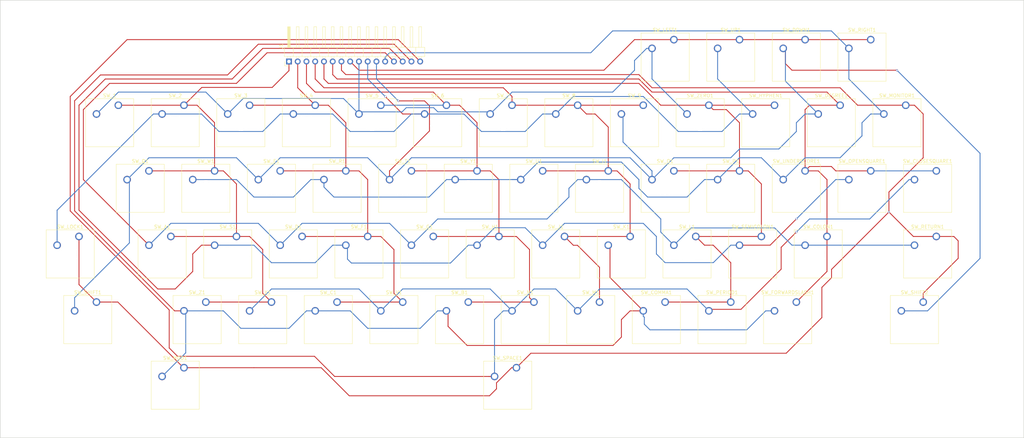
<source format=kicad_pcb>
(kicad_pcb (version 4) (host pcbnew 4.0.7-e2-6376~60~ubuntu17.10.1)
  (title_block (date 2018-01-16))
  (layers (0 F.Cu signal) (31 B.Cu signal) (34 B.Paste user) (35 F.Paste user) (36 B.SilkS user) (37 F.SilkS user) (38 B.Mask user) (39 F.Mask user) (44 Edge.Cuts user))
  (net 0 "")
  (net 1 KEY_PIN_1)
  (net 2 KEY_PIN_2)
  (net 3 KEY_PIN_3)
  (net 4 KEY_PIN_4)
  (net 5 KEY_PIN_5)
  (net 6 KEY_PIN_6)
  (net 7 KEY_PIN_7)
  (net 8 KEY_PIN_8)
  (net 9 KEY_PIN_9)
  (net 10 KEY_PIN_10)
  (net 11 KEY_PIN_11)
  (net 12 KEY_PIN_12)
  (net 13 KEY_PIN_13)
  (net 14 KEY_PIN_14)
  (net 15 KEY_PIN_15)
  (net 16 KEY_PIN_16)
  (module Pin_Headers:Pin_Header_Angled_1x16_Pitch2.54mm (layer F.Cu) (at 151.13 78.74 90)
    (fp_text reference J1 (at 4.385 -2.27 90) (layer F.SilkS))
    (fp_text value Conn_01x16)
    (pad 1 thru_hole rect (at 0 0 90) (size 1.7 1.7) (drill 1) (layers *.Cu *.Mask) (net 1 KEY_PIN_1))
    (pad 2 thru_hole oval (at 0 2.54 90) (size 1.7 1.7) (drill 1) (layers *.Cu *.Mask) (net 2 KEY_PIN_2))
    (pad 3 thru_hole oval (at 0 5.08 90) (size 1.7 1.7) (drill 1) (layers *.Cu *.Mask) (net 3 KEY_PIN_3))
    (pad 4 thru_hole oval (at 0 7.62 90) (size 1.7 1.7) (drill 1) (layers *.Cu *.Mask) (net 4 KEY_PIN_4))
    (pad 5 thru_hole oval (at 0 10.16 90) (size 1.7 1.7) (drill 1) (layers *.Cu *.Mask) (net 5 KEY_PIN_5))
    (pad 6 thru_hole oval (at 0 12.7 90) (size 1.7 1.7) (drill 1) (layers *.Cu *.Mask) (net 6 KEY_PIN_6))
    (pad 7 thru_hole oval (at 0 15.24 90) (size 1.7 1.7) (drill 1) (layers *.Cu *.Mask) (net 7 KEY_PIN_7))
    (pad 8 thru_hole oval (at 0 17.78 90) (size 1.7 1.7) (drill 1) (layers *.Cu *.Mask) (net 8 KEY_PIN_8))
    (pad 9 thru_hole oval (at 0 20.32 90) (size 1.7 1.7) (drill 1) (layers *.Cu *.Mask) (net 9 KEY_PIN_9))
    (pad 10 thru_hole oval (at 0 22.86 90) (size 1.7 1.7) (drill 1) (layers *.Cu *.Mask) (net 10 KEY_PIN_10))
    (pad 11 thru_hole oval (at 0 25.4 90) (size 1.7 1.7) (drill 1) (layers *.Cu *.Mask) (net 11 KEY_PIN_11))
    (pad 12 thru_hole oval (at 0 27.94 90) (size 1.7 1.7) (drill 1) (layers *.Cu *.Mask) (net 12 KEY_PIN_12))
    (pad 13 thru_hole oval (at 0 30.48 90) (size 1.7 1.7) (drill 1) (layers *.Cu *.Mask) (net 13 KEY_PIN_13))
    (pad 14 thru_hole oval (at 0 33.02 90) (size 1.7 1.7) (drill 1) (layers *.Cu *.Mask) (net 14 KEY_PIN_14))
    (pad 15 thru_hole oval (at 0 35.56 90) (size 1.7 1.7) (drill 1) (layers *.Cu *.Mask) (net 15 KEY_PIN_15))
    (pad 16 thru_hole oval (at 0 38.1 90) (size 1.7 1.7) (drill 1) (layers *.Cu *.Mask) (net 16 KEY_PIN_16))
  )
  (module Buttons_Switches_Keyboard:SW_Cherry_MX1A_1.00u_PCB (layer F.Cu) (at 101.6 91.44)
    (fp_text reference SW_1 (at -2.54 -2.794) (layer F.SilkS))
    (fp_text value SW_Push_LED)
    (pad 1 thru_hole circle (at 0 0) (size 2.2 2.2) (drill 1.5) (layers *.Cu *.Mask) (net 1 KEY_PIN_1))
    (pad 2 thru_hole circle (at -6.35 2.54) (size 2.2 2.2) (drill 1.5) (layers *.Cu *.Mask) (net 9 KEY_PIN_9))
    (pad "" np_thru_hole circle (at -2.54 5.08) (size 4 4) (drill 4) (layers *.Cu *.Mask))
    (pad "" np_thru_hole circle (at -7.62 5.08) (size 1.7 1.7) (drill 1.7) (layers *.Cu *.Mask))
    (pad "" np_thru_hole circle (at 2.54 5.08) (size 1.7 1.7) (drill 1.7) (layers *.Cu *.Mask))
  )
  (module Buttons_Switches_Keyboard:SW_Cherry_MX1A_1.00u_PCB (layer F.Cu) (at 120.65 91.44)
    (fp_text reference SW_2 (at -2.54 -2.794) (layer F.SilkS))
    (fp_text value SW_Push_LED)
    (pad 1 thru_hole circle (at 0 0) (size 2.2 2.2) (drill 1.5) (layers *.Cu *.Mask) (net 1 KEY_PIN_1))
    (pad 2 thru_hole circle (at -6.35 2.54) (size 2.2 2.2) (drill 1.5) (layers *.Cu *.Mask) (net 10 KEY_PIN_10))
    (pad "" np_thru_hole circle (at -2.54 5.08) (size 4 4) (drill 4) (layers *.Cu *.Mask))
    (pad "" np_thru_hole circle (at -7.62 5.08) (size 1.7 1.7) (drill 1.7) (layers *.Cu *.Mask))
    (pad "" np_thru_hole circle (at 2.54 5.08) (size 1.7 1.7) (drill 1.7) (layers *.Cu *.Mask))
  )
  (module Buttons_Switches_Keyboard:SW_Cherry_MX1A_1.00u_PCB (layer F.Cu) (at 139.7 91.44)
    (fp_text reference SW_3 (at -2.54 -2.794) (layer F.SilkS))
    (fp_text value SW_Push_LED)
    (pad 1 thru_hole circle (at 0 0) (size 2.2 2.2) (drill 1.5) (layers *.Cu *.Mask) (net 2 KEY_PIN_2))
    (pad 2 thru_hole circle (at -6.35 2.54) (size 2.2 2.2) (drill 1.5) (layers *.Cu *.Mask) (net 9 KEY_PIN_9))
    (pad "" np_thru_hole circle (at -2.54 5.08) (size 4 4) (drill 4) (layers *.Cu *.Mask))
    (pad "" np_thru_hole circle (at -7.62 5.08) (size 1.7 1.7) (drill 1.7) (layers *.Cu *.Mask))
    (pad "" np_thru_hole circle (at 2.54 5.08) (size 1.7 1.7) (drill 1.7) (layers *.Cu *.Mask))
  )
  (module Buttons_Switches_Keyboard:SW_Cherry_MX1A_1.00u_PCB (layer F.Cu) (at 158.75 91.44)
    (fp_text reference SW_4 (at -2.54 -2.794) (layer F.SilkS))
    (fp_text value SW_Push_LED)
    (pad 1 thru_hole circle (at 0 0) (size 2.2 2.2) (drill 1.5) (layers *.Cu *.Mask) (net 2 KEY_PIN_2))
    (pad 2 thru_hole circle (at -6.35 2.54) (size 2.2 2.2) (drill 1.5) (layers *.Cu *.Mask) (net 10 KEY_PIN_10))
    (pad "" np_thru_hole circle (at -2.54 5.08) (size 4 4) (drill 4) (layers *.Cu *.Mask))
    (pad "" np_thru_hole circle (at -7.62 5.08) (size 1.7 1.7) (drill 1.7) (layers *.Cu *.Mask))
    (pad "" np_thru_hole circle (at 2.54 5.08) (size 1.7 1.7) (drill 1.7) (layers *.Cu *.Mask))
  )
  (module Buttons_Switches_Keyboard:SW_Cherry_MX1A_1.00u_PCB (layer F.Cu) (at 177.8 91.44)
    (fp_text reference SW_5 (at -2.54 -2.794) (layer F.SilkS))
    (fp_text value SW_Push_LED)
    (pad 1 thru_hole circle (at 0 0) (size 2.2 2.2) (drill 1.5) (layers *.Cu *.Mask) (net 3 KEY_PIN_3))
    (pad 2 thru_hole circle (at -6.35 2.54) (size 2.2 2.2) (drill 1.5) (layers *.Cu *.Mask) (net 9 KEY_PIN_9))
    (pad "" np_thru_hole circle (at -2.54 5.08) (size 4 4) (drill 4) (layers *.Cu *.Mask))
    (pad "" np_thru_hole circle (at -7.62 5.08) (size 1.7 1.7) (drill 1.7) (layers *.Cu *.Mask))
    (pad "" np_thru_hole circle (at 2.54 5.08) (size 1.7 1.7) (drill 1.7) (layers *.Cu *.Mask))
  )
  (module Buttons_Switches_Keyboard:SW_Cherry_MX1A_1.00u_PCB (layer F.Cu) (at 196.85 91.44)
    (fp_text reference SW_6 (at -2.54 -2.794) (layer F.SilkS))
    (fp_text value SW_Push_LED)
    (pad 1 thru_hole circle (at 0 0) (size 2.2 2.2) (drill 1.5) (layers *.Cu *.Mask) (net 3 KEY_PIN_3))
    (pad 2 thru_hole circle (at -6.35 2.54) (size 2.2 2.2) (drill 1.5) (layers *.Cu *.Mask) (net 10 KEY_PIN_10))
    (pad "" np_thru_hole circle (at -2.54 5.08) (size 4 4) (drill 4) (layers *.Cu *.Mask))
    (pad "" np_thru_hole circle (at -7.62 5.08) (size 1.7 1.7) (drill 1.7) (layers *.Cu *.Mask))
    (pad "" np_thru_hole circle (at 2.54 5.08) (size 1.7 1.7) (drill 1.7) (layers *.Cu *.Mask))
  )
  (module Buttons_Switches_Keyboard:SW_Cherry_MX1A_1.00u_PCB (layer F.Cu) (at 215.9 91.44)
    (fp_text reference SW_7 (at -2.54 -2.794) (layer F.SilkS))
    (fp_text value SW_Push_LED)
    (pad 1 thru_hole circle (at 0 0) (size 2.2 2.2) (drill 1.5) (layers *.Cu *.Mask) (net 4 KEY_PIN_4))
    (pad 2 thru_hole circle (at -6.35 2.54) (size 2.2 2.2) (drill 1.5) (layers *.Cu *.Mask) (net 9 KEY_PIN_9))
    (pad "" np_thru_hole circle (at -2.54 5.08) (size 4 4) (drill 4) (layers *.Cu *.Mask))
    (pad "" np_thru_hole circle (at -7.62 5.08) (size 1.7 1.7) (drill 1.7) (layers *.Cu *.Mask))
    (pad "" np_thru_hole circle (at 2.54 5.08) (size 1.7 1.7) (drill 1.7) (layers *.Cu *.Mask))
  )
  (module Buttons_Switches_Keyboard:SW_Cherry_MX1A_1.00u_PCB (layer F.Cu) (at 234.95 91.44)
    (fp_text reference SW_8 (at -2.54 -2.794) (layer F.SilkS))
    (fp_text value SW_Push_LED)
    (pad 1 thru_hole circle (at 0 0) (size 2.2 2.2) (drill 1.5) (layers *.Cu *.Mask) (net 4 KEY_PIN_4))
    (pad 2 thru_hole circle (at -6.35 2.54) (size 2.2 2.2) (drill 1.5) (layers *.Cu *.Mask) (net 10 KEY_PIN_10))
    (pad "" np_thru_hole circle (at -2.54 5.08) (size 4 4) (drill 4) (layers *.Cu *.Mask))
    (pad "" np_thru_hole circle (at -7.62 5.08) (size 1.7 1.7) (drill 1.7) (layers *.Cu *.Mask))
    (pad "" np_thru_hole circle (at 2.54 5.08) (size 1.7 1.7) (drill 1.7) (layers *.Cu *.Mask))
  )
  (module Buttons_Switches_Keyboard:SW_Cherry_MX1A_1.00u_PCB (layer F.Cu) (at 254 91.44)
    (fp_text reference SW_9 (at -2.54 -2.794) (layer F.SilkS))
    (fp_text value SW_Push_LED)
    (pad 1 thru_hole circle (at 0 0) (size 2.2 2.2) (drill 1.5) (layers *.Cu *.Mask) (net 4 KEY_PIN_4))
    (pad 2 thru_hole circle (at -6.35 2.54) (size 2.2 2.2) (drill 1.5) (layers *.Cu *.Mask) (net 11 KEY_PIN_11))
    (pad "" np_thru_hole circle (at -2.54 5.08) (size 4 4) (drill 4) (layers *.Cu *.Mask))
    (pad "" np_thru_hole circle (at -7.62 5.08) (size 1.7 1.7) (drill 1.7) (layers *.Cu *.Mask))
    (pad "" np_thru_hole circle (at 2.54 5.08) (size 1.7 1.7) (drill 1.7) (layers *.Cu *.Mask))
  )
  (module Buttons_Switches_Keyboard:SW_Cherry_MX1A_1.00u_PCB (layer F.Cu) (at 116.84 129.54)
    (fp_text reference SW_A1 (at -2.54 -2.794) (layer F.SilkS))
    (fp_text value SW_Push_LED)
    (pad 1 thru_hole circle (at 0 0) (size 2.2 2.2) (drill 1.5) (layers *.Cu *.Mask) (net 1 KEY_PIN_1))
    (pad 2 thru_hole circle (at -6.35 2.54) (size 2.2 2.2) (drill 1.5) (layers *.Cu *.Mask) (net 13 KEY_PIN_13))
    (pad "" np_thru_hole circle (at -2.54 5.08) (size 4 4) (drill 4) (layers *.Cu *.Mask))
    (pad "" np_thru_hole circle (at -7.62 5.08) (size 1.7 1.7) (drill 1.7) (layers *.Cu *.Mask))
    (pad "" np_thru_hole circle (at 2.54 5.08) (size 1.7 1.7) (drill 1.7) (layers *.Cu *.Mask))
  )
  (module Buttons_Switches_Keyboard:SW_Cherry_MX1A_1.00u_PCB (layer F.Cu) (at 203.2 148.59)
    (fp_text reference SW_B1 (at -2.54 -2.794) (layer F.SilkS))
    (fp_text value SW_Push_LED)
    (pad 1 thru_hole circle (at 0 0) (size 2.2 2.2) (drill 1.5) (layers *.Cu *.Mask) (net 3 KEY_PIN_3))
    (pad 2 thru_hole circle (at -6.35 2.54) (size 2.2 2.2) (drill 1.5) (layers *.Cu *.Mask) (net 15 KEY_PIN_15))
    (pad "" np_thru_hole circle (at -2.54 5.08) (size 4 4) (drill 4) (layers *.Cu *.Mask))
    (pad "" np_thru_hole circle (at -7.62 5.08) (size 1.7 1.7) (drill 1.7) (layers *.Cu *.Mask))
    (pad "" np_thru_hole circle (at 2.54 5.08) (size 1.7 1.7) (drill 1.7) (layers *.Cu *.Mask))
  )
  (module Buttons_Switches_Keyboard:SW_Cherry_MX1A_1.00u_PCB (layer F.Cu) (at 165.1 148.59)
    (fp_text reference SW_C1 (at -2.54 -2.794) (layer F.SilkS))
    (fp_text value SW_Push_LED)
    (pad 1 thru_hole circle (at 0 0) (size 2.2 2.2) (drill 1.5) (layers *.Cu *.Mask) (net 2 KEY_PIN_2))
    (pad 2 thru_hole circle (at -6.35 2.54) (size 2.2 2.2) (drill 1.5) (layers *.Cu *.Mask) (net 15 KEY_PIN_15))
    (pad "" np_thru_hole circle (at -2.54 5.08) (size 4 4) (drill 4) (layers *.Cu *.Mask))
    (pad "" np_thru_hole circle (at -7.62 5.08) (size 1.7 1.7) (drill 1.7) (layers *.Cu *.Mask))
    (pad "" np_thru_hole circle (at 2.54 5.08) (size 1.7 1.7) (drill 1.7) (layers *.Cu *.Mask))
  )
  (module Buttons_Switches_Keyboard:SW_Cherry_MX1A_1.00u_PCB (layer F.Cu) (at 339.09 110.49)
    (fp_text reference SW_CLOSESQUARE1 (at -2.54 -2.794) (layer F.SilkS))
    (fp_text value SW_Push_LED)
    (pad 1 thru_hole circle (at 0 0) (size 2.2 2.2) (drill 1.5) (layers *.Cu *.Mask) (net 6 KEY_PIN_6))
    (pad 2 thru_hole circle (at -6.35 2.54) (size 2.2 2.2) (drill 1.5) (layers *.Cu *.Mask) (net 16 KEY_PIN_16))
    (pad "" np_thru_hole circle (at -2.54 5.08) (size 4 4) (drill 4) (layers *.Cu *.Mask))
    (pad "" np_thru_hole circle (at -7.62 5.08) (size 1.7 1.7) (drill 1.7) (layers *.Cu *.Mask))
    (pad "" np_thru_hole circle (at 2.54 5.08) (size 1.7 1.7) (drill 1.7) (layers *.Cu *.Mask))
  )
  (module Buttons_Switches_Keyboard:SW_Cherry_MX1A_1.00u_PCB (layer F.Cu) (at 307.34 129.54)
    (fp_text reference SW_COLON1 (at -2.54 -2.794) (layer F.SilkS))
    (fp_text value SW_Push_LED)
    (pad 1 thru_hole circle (at 0 0) (size 2.2 2.2) (drill 1.5) (layers *.Cu *.Mask) (net 6 KEY_PIN_6))
    (pad 2 thru_hole circle (at -6.35 2.54) (size 2.2 2.2) (drill 1.5) (layers *.Cu *.Mask) (net 13 KEY_PIN_13))
    (pad "" np_thru_hole circle (at -2.54 5.08) (size 4 4) (drill 4) (layers *.Cu *.Mask))
    (pad "" np_thru_hole circle (at -7.62 5.08) (size 1.7 1.7) (drill 1.7) (layers *.Cu *.Mask))
    (pad "" np_thru_hole circle (at 2.54 5.08) (size 1.7 1.7) (drill 1.7) (layers *.Cu *.Mask))
  )
  (module Buttons_Switches_Keyboard:SW_Cherry_MX1A_1.00u_PCB (layer F.Cu) (at 260.35 148.59)
    (fp_text reference SW_COMMA1 (at -2.54 -2.794) (layer F.SilkS))
    (fp_text value SW_Push_LED)
    (pad 1 thru_hole circle (at 0 0) (size 2.2 2.2) (drill 1.5) (layers *.Cu *.Mask) (net 5 KEY_PIN_5))
    (pad 2 thru_hole circle (at -6.35 2.54) (size 2.2 2.2) (drill 1.5) (layers *.Cu *.Mask) (net 15 KEY_PIN_15))
    (pad "" np_thru_hole circle (at -2.54 5.08) (size 4 4) (drill 4) (layers *.Cu *.Mask))
    (pad "" np_thru_hole circle (at -7.62 5.08) (size 1.7 1.7) (drill 1.7) (layers *.Cu *.Mask))
    (pad "" np_thru_hole circle (at 2.54 5.08) (size 1.7 1.7) (drill 1.7) (layers *.Cu *.Mask))
  )
  (module Buttons_Switches_Keyboard:SW_Cherry_MX1A_1.00u_PCB (layer F.Cu) (at 154.94 129.54)
    (fp_text reference SW_D1 (at -2.54 -2.794) (layer F.SilkS))
    (fp_text value SW_Push_LED)
    (pad 1 thru_hole circle (at 0 0) (size 2.2 2.2) (drill 1.5) (layers *.Cu *.Mask) (net 2 KEY_PIN_2))
    (pad 2 thru_hole circle (at -6.35 2.54) (size 2.2 2.2) (drill 1.5) (layers *.Cu *.Mask) (net 13 KEY_PIN_13))
    (pad "" np_thru_hole circle (at -2.54 5.08) (size 4 4) (drill 4) (layers *.Cu *.Mask))
    (pad "" np_thru_hole circle (at -7.62 5.08) (size 1.7 1.7) (drill 1.7) (layers *.Cu *.Mask))
    (pad "" np_thru_hole circle (at 2.54 5.08) (size 1.7 1.7) (drill 1.7) (layers *.Cu *.Mask))
  )
  (module Buttons_Switches_Keyboard:SW_Cherry_MX1A_1.00u_PCB (layer F.Cu) (at 311.15 91.44)
    (fp_text reference SW_DEGREE1 (at -2.54 -2.794) (layer F.SilkS))
    (fp_text value SW_Push_LED)
    (pad 1 thru_hole circle (at 0 0) (size 2.2 2.2) (drill 1.5) (layers *.Cu *.Mask) (net 6 KEY_PIN_6))
    (pad 2 thru_hole circle (at -6.35 2.54) (size 2.2 2.2) (drill 1.5) (layers *.Cu *.Mask) (net 11 KEY_PIN_11))
    (pad "" np_thru_hole circle (at -2.54 5.08) (size 4 4) (drill 4) (layers *.Cu *.Mask))
    (pad "" np_thru_hole circle (at -7.62 5.08) (size 1.7 1.7) (drill 1.7) (layers *.Cu *.Mask))
    (pad "" np_thru_hole circle (at 2.54 5.08) (size 1.7 1.7) (drill 1.7) (layers *.Cu *.Mask))
  )
  (module Buttons_Switches_Keyboard:SW_Cherry_MX1A_1.00u_PCB (layer F.Cu) (at 300.99 72.39)
    (fp_text reference SW_DOWN1 (at -2.54 -2.794) (layer F.SilkS))
    (fp_text value SW_Push_LED)
    (pad 1 thru_hole circle (at 0 0) (size 2.2 2.2) (drill 1.5) (layers *.Cu *.Mask) (net 8 KEY_PIN_8))
    (pad 2 thru_hole circle (at -6.35 2.54) (size 2.2 2.2) (drill 1.5) (layers *.Cu *.Mask) (net 11 KEY_PIN_11))
    (pad "" np_thru_hole circle (at -2.54 5.08) (size 4 4) (drill 4) (layers *.Cu *.Mask))
    (pad "" np_thru_hole circle (at -7.62 5.08) (size 1.7 1.7) (drill 1.7) (layers *.Cu *.Mask))
    (pad "" np_thru_hole circle (at 2.54 5.08) (size 1.7 1.7) (drill 1.7) (layers *.Cu *.Mask))
  )
  (module Buttons_Switches_Keyboard:SW_Cherry_MX1A_1.00u_PCB (layer F.Cu) (at 148.59 110.49)
    (fp_text reference SW_E1 (at -2.54 -2.794) (layer F.SilkS))
    (fp_text value SW_Push_LED)
    (pad 1 thru_hole circle (at 0 0) (size 2.2 2.2) (drill 1.5) (layers *.Cu *.Mask) (net 2 KEY_PIN_2))
    (pad 2 thru_hole circle (at -6.35 2.54) (size 2.2 2.2) (drill 1.5) (layers *.Cu *.Mask) (net 11 KEY_PIN_11))
    (pad "" np_thru_hole circle (at -2.54 5.08) (size 4 4) (drill 4) (layers *.Cu *.Mask))
    (pad "" np_thru_hole circle (at -7.62 5.08) (size 1.7 1.7) (drill 1.7) (layers *.Cu *.Mask))
    (pad "" np_thru_hole circle (at 2.54 5.08) (size 1.7 1.7) (drill 1.7) (layers *.Cu *.Mask))
  )
  (module Buttons_Switches_Keyboard:SW_Cherry_MX1A_1.00u_PCB (layer F.Cu) (at 173.99 129.54)
    (fp_text reference SW_F1 (at -2.54 -2.794) (layer F.SilkS))
    (fp_text value SW_Push_LED)
    (pad 1 thru_hole circle (at 0 0) (size 2.2 2.2) (drill 1.5) (layers *.Cu *.Mask) (net 2 KEY_PIN_2))
    (pad 2 thru_hole circle (at -6.35 2.54) (size 2.2 2.2) (drill 1.5) (layers *.Cu *.Mask) (net 14 KEY_PIN_14))
    (pad "" np_thru_hole circle (at -2.54 5.08) (size 4 4) (drill 4) (layers *.Cu *.Mask))
    (pad "" np_thru_hole circle (at -7.62 5.08) (size 1.7 1.7) (drill 1.7) (layers *.Cu *.Mask))
    (pad "" np_thru_hole circle (at 2.54 5.08) (size 1.7 1.7) (drill 1.7) (layers *.Cu *.Mask))
  )
  (module Buttons_Switches_Keyboard:SW_Cherry_MX1A_1.00u_PCB (layer F.Cu) (at 298.45 148.59)
    (fp_text reference SW_FORWARDSLASH1 (at -2.54 -2.794) (layer F.SilkS))
    (fp_text value SW_Push_LED)
    (pad 1 thru_hole circle (at 0 0) (size 2.2 2.2) (drill 1.5) (layers *.Cu *.Mask) (net 6 KEY_PIN_6))
    (pad 2 thru_hole circle (at -6.35 2.54) (size 2.2 2.2) (drill 1.5) (layers *.Cu *.Mask) (net 15 KEY_PIN_15))
    (pad "" np_thru_hole circle (at -2.54 5.08) (size 4 4) (drill 4) (layers *.Cu *.Mask))
    (pad "" np_thru_hole circle (at -7.62 5.08) (size 1.7 1.7) (drill 1.7) (layers *.Cu *.Mask))
    (pad "" np_thru_hole circle (at 2.54 5.08) (size 1.7 1.7) (drill 1.7) (layers *.Cu *.Mask))
  )
  (module Buttons_Switches_Keyboard:SW_Cherry_MX1A_1.00u_PCB (layer F.Cu) (at 193.04 129.54)
    (fp_text reference SW_G1 (at -2.54 -2.794) (layer F.SilkS))
    (fp_text value SW_Push_LED)
    (pad 1 thru_hole circle (at 0 0) (size 2.2 2.2) (drill 1.5) (layers *.Cu *.Mask) (net 3 KEY_PIN_3))
    (pad 2 thru_hole circle (at -6.35 2.54) (size 2.2 2.2) (drill 1.5) (layers *.Cu *.Mask) (net 13 KEY_PIN_13))
    (pad "" np_thru_hole circle (at -2.54 5.08) (size 4 4) (drill 4) (layers *.Cu *.Mask))
    (pad "" np_thru_hole circle (at -7.62 5.08) (size 1.7 1.7) (drill 1.7) (layers *.Cu *.Mask))
    (pad "" np_thru_hole circle (at 2.54 5.08) (size 1.7 1.7) (drill 1.7) (layers *.Cu *.Mask))
  )
  (module Buttons_Switches_Keyboard:SW_Cherry_MX1A_1.00u_PCB (layer F.Cu) (at 212.09 129.54)
    (fp_text reference SW_H1 (at -2.54 -2.794) (layer F.SilkS))
    (fp_text value SW_Push_LED)
    (pad 1 thru_hole circle (at 0 0) (size 2.2 2.2) (drill 1.5) (layers *.Cu *.Mask) (net 3 KEY_PIN_3))
    (pad 2 thru_hole circle (at -6.35 2.54) (size 2.2 2.2) (drill 1.5) (layers *.Cu *.Mask) (net 14 KEY_PIN_14))
    (pad "" np_thru_hole circle (at -2.54 5.08) (size 4 4) (drill 4) (layers *.Cu *.Mask))
    (pad "" np_thru_hole circle (at -7.62 5.08) (size 1.7 1.7) (drill 1.7) (layers *.Cu *.Mask))
    (pad "" np_thru_hole circle (at 2.54 5.08) (size 1.7 1.7) (drill 1.7) (layers *.Cu *.Mask))
  )
  (module Buttons_Switches_Keyboard:SW_Cherry_MX1A_1.00u_PCB (layer F.Cu) (at 292.1 91.44)
    (fp_text reference SW_HYPHEN1 (at -2.54 -2.794) (layer F.SilkS))
    (fp_text value SW_Push_LED)
    (pad 1 thru_hole circle (at 0 0) (size 2.2 2.2) (drill 1.5) (layers *.Cu *.Mask) (net 5 KEY_PIN_5))
    (pad 2 thru_hole circle (at -6.35 2.54) (size 2.2 2.2) (drill 1.5) (layers *.Cu *.Mask) (net 10 KEY_PIN_10))
    (pad "" np_thru_hole circle (at -2.54 5.08) (size 4 4) (drill 4) (layers *.Cu *.Mask))
    (pad "" np_thru_hole circle (at -7.62 5.08) (size 1.7 1.7) (drill 1.7) (layers *.Cu *.Mask))
    (pad "" np_thru_hole circle (at 2.54 5.08) (size 1.7 1.7) (drill 1.7) (layers *.Cu *.Mask))
  )
  (module Buttons_Switches_Keyboard:SW_Cherry_MX1A_1.00u_PCB (layer F.Cu) (at 243.84 110.49)
    (fp_text reference SW_I1 (at -2.54 -2.794) (layer F.SilkS))
    (fp_text value SW_Push_LED)
    (pad 1 thru_hole circle (at 0 0) (size 2.2 2.2) (drill 1.5) (layers *.Cu *.Mask) (net 4 KEY_PIN_4))
    (pad 2 thru_hole circle (at -6.35 2.54) (size 2.2 2.2) (drill 1.5) (layers *.Cu *.Mask) (net 13 KEY_PIN_13))
    (pad "" np_thru_hole circle (at -2.54 5.08) (size 4 4) (drill 4) (layers *.Cu *.Mask))
    (pad "" np_thru_hole circle (at -7.62 5.08) (size 1.7 1.7) (drill 1.7) (layers *.Cu *.Mask))
    (pad "" np_thru_hole circle (at 2.54 5.08) (size 1.7 1.7) (drill 1.7) (layers *.Cu *.Mask))
  )
  (module Buttons_Switches_Keyboard:SW_Cherry_MX1A_1.00u_PCB (layer F.Cu) (at 231.14 129.54)
    (fp_text reference SW_J1 (at -2.54 -2.794) (layer F.SilkS))
    (fp_text value SW_Push_LED)
    (pad 1 thru_hole circle (at 0 0) (size 2.2 2.2) (drill 1.5) (layers *.Cu *.Mask) (net 4 KEY_PIN_4))
    (pad 2 thru_hole circle (at -6.35 2.54) (size 2.2 2.2) (drill 1.5) (layers *.Cu *.Mask) (net 14 KEY_PIN_14))
    (pad "" np_thru_hole circle (at -2.54 5.08) (size 4 4) (drill 4) (layers *.Cu *.Mask))
    (pad "" np_thru_hole circle (at -7.62 5.08) (size 1.7 1.7) (drill 1.7) (layers *.Cu *.Mask))
    (pad "" np_thru_hole circle (at 2.54 5.08) (size 1.7 1.7) (drill 1.7) (layers *.Cu *.Mask))
  )
  (module Buttons_Switches_Keyboard:SW_Cherry_MX1A_1.00u_PCB (layer F.Cu) (at 250.19 129.54)
    (fp_text reference SW_K1 (at -2.54 -2.794) (layer F.SilkS))
    (fp_text value SW_Push_LED)
    (pad 1 thru_hole circle (at 0 0) (size 2.2 2.2) (drill 1.5) (layers *.Cu *.Mask) (net 4 KEY_PIN_4))
    (pad 2 thru_hole circle (at -6.35 2.54) (size 2.2 2.2) (drill 1.5) (layers *.Cu *.Mask) (net 15 KEY_PIN_15))
    (pad "" np_thru_hole circle (at -2.54 5.08) (size 4 4) (drill 4) (layers *.Cu *.Mask))
    (pad "" np_thru_hole circle (at -7.62 5.08) (size 1.7 1.7) (drill 1.7) (layers *.Cu *.Mask))
    (pad "" np_thru_hole circle (at 2.54 5.08) (size 1.7 1.7) (drill 1.7) (layers *.Cu *.Mask))
  )
  (module Buttons_Switches_Keyboard:SW_Cherry_MX1A_1.00u_PCB (layer F.Cu) (at 269.24 129.54)
    (fp_text reference SW_L1 (at -2.54 -2.794) (layer F.SilkS))
    (fp_text value SW_Push_LED)
    (pad 1 thru_hole circle (at 0 0) (size 2.2 2.2) (drill 1.5) (layers *.Cu *.Mask) (net 5 KEY_PIN_5))
    (pad 2 thru_hole circle (at -6.35 2.54) (size 2.2 2.2) (drill 1.5) (layers *.Cu *.Mask) (net 13 KEY_PIN_13))
    (pad "" np_thru_hole circle (at -2.54 5.08) (size 4 4) (drill 4) (layers *.Cu *.Mask))
    (pad "" np_thru_hole circle (at -7.62 5.08) (size 1.7 1.7) (drill 1.7) (layers *.Cu *.Mask))
    (pad "" np_thru_hole circle (at 2.54 5.08) (size 1.7 1.7) (drill 1.7) (layers *.Cu *.Mask))
  )
  (module Buttons_Switches_Keyboard:SW_Cherry_MX1A_1.00u_PCB (layer F.Cu) (at 262.89 72.39)
    (fp_text reference SW_LEFT1 (at -2.54 -2.794) (layer F.SilkS))
    (fp_text value SW_Push_LED)
    (pad 1 thru_hole circle (at 0 0) (size 2.2 2.2) (drill 1.5) (layers *.Cu *.Mask) (net 8 KEY_PIN_8))
    (pad 2 thru_hole circle (at -6.35 2.54) (size 2.2 2.2) (drill 1.5) (layers *.Cu *.Mask) (net 9 KEY_PIN_9))
    (pad "" np_thru_hole circle (at -2.54 5.08) (size 4 4) (drill 4) (layers *.Cu *.Mask))
    (pad "" np_thru_hole circle (at -7.62 5.08) (size 1.7 1.7) (drill 1.7) (layers *.Cu *.Mask))
    (pad "" np_thru_hole circle (at 2.54 5.08) (size 1.7 1.7) (drill 1.7) (layers *.Cu *.Mask))
  )
  (module Buttons_Switches_Keyboard:SW_Cherry_MX1A_1.75u_PCB (layer F.Cu) (at 90.17 129.54)
    (fp_text reference SW_LOCK1 (at -2.54 -2.794) (layer F.SilkS))
    (fp_text value SW_Push_LED)
    (pad 1 thru_hole circle (at 0 0) (size 2.2 2.2) (drill 1.5) (layers *.Cu *.Mask) (net 7 KEY_PIN_7))
    (pad 2 thru_hole circle (at -6.35 2.54) (size 2.2 2.2) (drill 1.5) (layers *.Cu *.Mask) (net 10 KEY_PIN_10))
    (pad "" np_thru_hole circle (at -2.54 5.08) (size 4 4) (drill 4) (layers *.Cu *.Mask))
    (pad "" np_thru_hole circle (at -7.62 5.08) (size 1.7 1.7) (drill 1.7) (layers *.Cu *.Mask))
    (pad "" np_thru_hole circle (at 2.54 5.08) (size 1.7 1.7) (drill 1.7) (layers *.Cu *.Mask))
  )
  (module Buttons_Switches_Keyboard:SW_Cherry_MX1A_1.00u_PCB (layer F.Cu) (at 241.3 148.59)
    (fp_text reference SW_M1 (at -2.54 -2.794) (layer F.SilkS))
    (fp_text value SW_Push_LED)
    (pad 1 thru_hole circle (at 0 0) (size 2.2 2.2) (drill 1.5) (layers *.Cu *.Mask) (net 4 KEY_PIN_4))
    (pad 2 thru_hole circle (at -6.35 2.54) (size 2.2 2.2) (drill 1.5) (layers *.Cu *.Mask) (net 16 KEY_PIN_16))
    (pad "" np_thru_hole circle (at -2.54 5.08) (size 4 4) (drill 4) (layers *.Cu *.Mask))
    (pad "" np_thru_hole circle (at -7.62 5.08) (size 1.7 1.7) (drill 1.7) (layers *.Cu *.Mask))
    (pad "" np_thru_hole circle (at 2.54 5.08) (size 1.7 1.7) (drill 1.7) (layers *.Cu *.Mask))
  )
  (module Buttons_Switches_Keyboard:SW_Cherry_MX1A_1.00u_PCB (layer F.Cu) (at 120.65 167.64)
    (fp_text reference SW_MOD1 (at -2.54 -2.794) (layer F.SilkS))
    (fp_text value SW_Push_LED)
    (pad 1 thru_hole circle (at 0 0) (size 2.2 2.2) (drill 1.5) (layers *.Cu *.Mask) (net 7 KEY_PIN_7))
    (pad 2 thru_hole circle (at -6.35 2.54) (size 2.2 2.2) (drill 1.5) (layers *.Cu *.Mask) (net 15 KEY_PIN_15))
    (pad "" np_thru_hole circle (at -2.54 5.08) (size 4 4) (drill 4) (layers *.Cu *.Mask))
    (pad "" np_thru_hole circle (at -7.62 5.08) (size 1.7 1.7) (drill 1.7) (layers *.Cu *.Mask))
    (pad "" np_thru_hole circle (at 2.54 5.08) (size 1.7 1.7) (drill 1.7) (layers *.Cu *.Mask))
  )
  (module Buttons_Switches_Keyboard:SW_Cherry_MX1A_1.00u_PCB (layer F.Cu) (at 330.2 91.44)
    (fp_text reference SW_MONITOR1 (at -2.54 -2.794) (layer F.SilkS))
    (fp_text value SW_Push_LED)
    (pad 1 thru_hole circle (at 0 0) (size 2.2 2.2) (drill 1.5) (layers *.Cu *.Mask) (net 7 KEY_PIN_7))
    (pad 2 thru_hole circle (at -6.35 2.54) (size 2.2 2.2) (drill 1.5) (layers *.Cu *.Mask) (net 12 KEY_PIN_12))
    (pad "" np_thru_hole circle (at -2.54 5.08) (size 4 4) (drill 4) (layers *.Cu *.Mask))
    (pad "" np_thru_hole circle (at -7.62 5.08) (size 1.7 1.7) (drill 1.7) (layers *.Cu *.Mask))
    (pad "" np_thru_hole circle (at 2.54 5.08) (size 1.7 1.7) (drill 1.7) (layers *.Cu *.Mask))
  )
  (module Buttons_Switches_Keyboard:SW_Cherry_MX1A_1.00u_PCB (layer F.Cu) (at 222.25 148.59)
    (fp_text reference SW_N1 (at -2.54 -2.794) (layer F.SilkS))
    (fp_text value SW_Push_LED)
    (pad 1 thru_hole circle (at 0 0) (size 2.2 2.2) (drill 1.5) (layers *.Cu *.Mask) (net 3 KEY_PIN_3))
    (pad 2 thru_hole circle (at -6.35 2.54) (size 2.2 2.2) (drill 1.5) (layers *.Cu *.Mask) (net 16 KEY_PIN_16))
    (pad "" np_thru_hole circle (at -2.54 5.08) (size 4 4) (drill 4) (layers *.Cu *.Mask))
    (pad "" np_thru_hole circle (at -7.62 5.08) (size 1.7 1.7) (drill 1.7) (layers *.Cu *.Mask))
    (pad "" np_thru_hole circle (at 2.54 5.08) (size 1.7 1.7) (drill 1.7) (layers *.Cu *.Mask))
  )
  (module Buttons_Switches_Keyboard:SW_Cherry_MX1A_1.00u_PCB (layer F.Cu) (at 262.89 110.49)
    (fp_text reference SW_O1 (at -2.54 -2.794) (layer F.SilkS))
    (fp_text value SW_Push_LED)
    (pad 1 thru_hole circle (at 0 0) (size 2.2 2.2) (drill 1.5) (layers *.Cu *.Mask) (net 5 KEY_PIN_5))
    (pad 2 thru_hole circle (at -6.35 2.54) (size 2.2 2.2) (drill 1.5) (layers *.Cu *.Mask) (net 11 KEY_PIN_11))
    (pad "" np_thru_hole circle (at -2.54 5.08) (size 4 4) (drill 4) (layers *.Cu *.Mask))
    (pad "" np_thru_hole circle (at -7.62 5.08) (size 1.7 1.7) (drill 1.7) (layers *.Cu *.Mask))
    (pad "" np_thru_hole circle (at 2.54 5.08) (size 1.7 1.7) (drill 1.7) (layers *.Cu *.Mask))
  )
  (module Buttons_Switches_Keyboard:SW_Cherry_MX1A_1.00u_PCB (layer F.Cu) (at 320.04 110.49)
    (fp_text reference SW_OPENSQUARE1 (at -2.54 -2.794) (layer F.SilkS))
    (fp_text value SW_Push_LED)
    (pad 1 thru_hole circle (at 0 0) (size 2.2 2.2) (drill 1.5) (layers *.Cu *.Mask) (net 6 KEY_PIN_6))
    (pad 2 thru_hole circle (at -6.35 2.54) (size 2.2 2.2) (drill 1.5) (layers *.Cu *.Mask) (net 14 KEY_PIN_14))
    (pad "" np_thru_hole circle (at -2.54 5.08) (size 4 4) (drill 4) (layers *.Cu *.Mask))
    (pad "" np_thru_hole circle (at -7.62 5.08) (size 1.7 1.7) (drill 1.7) (layers *.Cu *.Mask))
    (pad "" np_thru_hole circle (at 2.54 5.08) (size 1.7 1.7) (drill 1.7) (layers *.Cu *.Mask))
  )
  (module Buttons_Switches_Keyboard:SW_Cherry_MX1A_1.00u_PCB (layer F.Cu) (at 281.94 110.49)
    (fp_text reference SW_P1 (at -2.54 -2.794) (layer F.SilkS))
    (fp_text value SW_Push_LED)
    (pad 1 thru_hole circle (at 0 0) (size 2.2 2.2) (drill 1.5) (layers *.Cu *.Mask) (net 5 KEY_PIN_5))
    (pad 2 thru_hole circle (at -6.35 2.54) (size 2.2 2.2) (drill 1.5) (layers *.Cu *.Mask) (net 12 KEY_PIN_12))
    (pad "" np_thru_hole circle (at -2.54 5.08) (size 4 4) (drill 4) (layers *.Cu *.Mask))
    (pad "" np_thru_hole circle (at -7.62 5.08) (size 1.7 1.7) (drill 1.7) (layers *.Cu *.Mask))
    (pad "" np_thru_hole circle (at 2.54 5.08) (size 1.7 1.7) (drill 1.7) (layers *.Cu *.Mask))
  )
  (module Buttons_Switches_Keyboard:SW_Cherry_MX1A_1.00u_PCB (layer F.Cu) (at 279.4 148.59)
    (fp_text reference SW_PERIOD1 (at -2.54 -2.794) (layer F.SilkS))
    (fp_text value SW_Push_LED)
    (pad 1 thru_hole circle (at 0 0) (size 2.2 2.2) (drill 1.5) (layers *.Cu *.Mask) (net 5 KEY_PIN_5))
    (pad 2 thru_hole circle (at -6.35 2.54) (size 2.2 2.2) (drill 1.5) (layers *.Cu *.Mask) (net 16 KEY_PIN_16))
    (pad "" np_thru_hole circle (at -2.54 5.08) (size 4 4) (drill 4) (layers *.Cu *.Mask))
    (pad "" np_thru_hole circle (at -7.62 5.08) (size 1.7 1.7) (drill 1.7) (layers *.Cu *.Mask))
    (pad "" np_thru_hole circle (at 2.54 5.08) (size 1.7 1.7) (drill 1.7) (layers *.Cu *.Mask))
  )
  (module Buttons_Switches_Keyboard:SW_Cherry_MX1A_1.00u_PCB (layer F.Cu) (at 110.49 110.49)
    (fp_text reference SW_Q1 (at -2.54 -2.794) (layer F.SilkS))
    (fp_text value SW_Push_LED)
    (pad 1 thru_hole circle (at 0 0) (size 2.2 2.2) (drill 1.5) (layers *.Cu *.Mask) (net 1 KEY_PIN_1))
    (pad 2 thru_hole circle (at -6.35 2.54) (size 2.2 2.2) (drill 1.5) (layers *.Cu *.Mask) (net 11 KEY_PIN_11))
    (pad "" np_thru_hole circle (at -2.54 5.08) (size 4 4) (drill 4) (layers *.Cu *.Mask))
    (pad "" np_thru_hole circle (at -7.62 5.08) (size 1.7 1.7) (drill 1.7) (layers *.Cu *.Mask))
    (pad "" np_thru_hole circle (at 2.54 5.08) (size 1.7 1.7) (drill 1.7) (layers *.Cu *.Mask))
  )
  (module Buttons_Switches_Keyboard:SW_Cherry_MX1A_1.00u_PCB (layer F.Cu) (at 167.64 110.49)
    (fp_text reference SW_R1 (at -2.54 -2.794) (layer F.SilkS))
    (fp_text value SW_Push_LED)
    (pad 1 thru_hole circle (at 0 0) (size 2.2 2.2) (drill 1.5) (layers *.Cu *.Mask) (net 2 KEY_PIN_2))
    (pad 2 thru_hole circle (at -6.35 2.54) (size 2.2 2.2) (drill 1.5) (layers *.Cu *.Mask) (net 12 KEY_PIN_12))
    (pad "" np_thru_hole circle (at -2.54 5.08) (size 4 4) (drill 4) (layers *.Cu *.Mask))
    (pad "" np_thru_hole circle (at -7.62 5.08) (size 1.7 1.7) (drill 1.7) (layers *.Cu *.Mask))
    (pad "" np_thru_hole circle (at 2.54 5.08) (size 1.7 1.7) (drill 1.7) (layers *.Cu *.Mask))
  )
  (module Buttons_Switches_Keyboard:SW_Cherry_MX1A_2.25u_PCB (layer F.Cu) (at 339.09 129.54)
    (fp_text reference SW_RETURN1 (at -2.54 -2.794) (layer F.SilkS))
    (fp_text value SW_Push_LED)
    (pad 1 thru_hole circle (at 0 0) (size 2.2 2.2) (drill 1.5) (layers *.Cu *.Mask) (net 7 KEY_PIN_7))
    (pad 2 thru_hole circle (at -6.35 2.54) (size 2.2 2.2) (drill 1.5) (layers *.Cu *.Mask) (net 13 KEY_PIN_13))
    (pad "" np_thru_hole circle (at -2.54 5.08) (size 4 4) (drill 4) (layers *.Cu *.Mask))
    (pad "" np_thru_hole circle (at -7.62 5.08) (size 1.7 1.7) (drill 1.7) (layers *.Cu *.Mask))
    (pad "" np_thru_hole circle (at 2.54 5.08) (size 1.7 1.7) (drill 1.7) (layers *.Cu *.Mask))
    (pad "" np_thru_hole circle (at 9.36 13.32) (size 4 4) (drill 4) (layers *.Cu *.Mask))
    (pad "" np_thru_hole circle (at -14.44 13.32) (size 4 4) (drill 4) (layers *.Cu *.Mask))
    (pad "" np_thru_hole circle (at -14.44 -1.92) (size 3.05 3.05) (drill 3.05) (layers *.Cu *.Mask))
    (pad "" np_thru_hole circle (at 9.36 -1.92) (size 3.05 3.05) (drill 3.05) (layers *.Cu *.Mask))
  )
  (module Buttons_Switches_Keyboard:SW_Cherry_MX1A_1.00u_PCB (layer F.Cu) (at 320.04 72.39)
    (fp_text reference SW_RIGHT1 (at -2.54 -2.794) (layer F.SilkS))
    (fp_text value SW_Push_LED)
    (pad 1 thru_hole circle (at 0 0) (size 2.2 2.2) (drill 1.5) (layers *.Cu *.Mask) (net 8 KEY_PIN_8))
    (pad 2 thru_hole circle (at -6.35 2.54) (size 2.2 2.2) (drill 1.5) (layers *.Cu *.Mask) (net 12 KEY_PIN_12))
    (pad "" np_thru_hole circle (at -2.54 5.08) (size 4 4) (drill 4) (layers *.Cu *.Mask))
    (pad "" np_thru_hole circle (at -7.62 5.08) (size 1.7 1.7) (drill 1.7) (layers *.Cu *.Mask))
    (pad "" np_thru_hole circle (at 2.54 5.08) (size 1.7 1.7) (drill 1.7) (layers *.Cu *.Mask))
  )
  (module Buttons_Switches_Keyboard:SW_Cherry_MX1A_1.00u_PCB (layer F.Cu) (at 135.89 129.54)
    (fp_text reference SW_S1 (at -2.54 -2.794) (layer F.SilkS))
    (fp_text value SW_Push_LED)
    (pad 1 thru_hole circle (at 0 0) (size 2.2 2.2) (drill 1.5) (layers *.Cu *.Mask) (net 1 KEY_PIN_1))
    (pad 2 thru_hole circle (at -6.35 2.54) (size 2.2 2.2) (drill 1.5) (layers *.Cu *.Mask) (net 14 KEY_PIN_14))
    (pad "" np_thru_hole circle (at -2.54 5.08) (size 4 4) (drill 4) (layers *.Cu *.Mask))
    (pad "" np_thru_hole circle (at -7.62 5.08) (size 1.7 1.7) (drill 1.7) (layers *.Cu *.Mask))
    (pad "" np_thru_hole circle (at 2.54 5.08) (size 1.7 1.7) (drill 1.7) (layers *.Cu *.Mask))
  )
  (module Buttons_Switches_Keyboard:SW_Cherry_MX1A_1.00u_PCB (layer F.Cu) (at 288.29 129.54)
    (fp_text reference SW_SEMICOLON1 (at -2.54 -2.794) (layer F.SilkS))
    (fp_text value SW_Push_LED)
    (pad 1 thru_hole circle (at 0 0) (size 2.2 2.2) (drill 1.5) (layers *.Cu *.Mask) (net 5 KEY_PIN_5))
    (pad 2 thru_hole circle (at -6.35 2.54) (size 2.2 2.2) (drill 1.5) (layers *.Cu *.Mask) (net 14 KEY_PIN_14))
    (pad "" np_thru_hole circle (at -2.54 5.08) (size 4 4) (drill 4) (layers *.Cu *.Mask))
    (pad "" np_thru_hole circle (at -7.62 5.08) (size 1.7 1.7) (drill 1.7) (layers *.Cu *.Mask))
    (pad "" np_thru_hole circle (at 2.54 5.08) (size 1.7 1.7) (drill 1.7) (layers *.Cu *.Mask))
  )
  (module Buttons_Switches_Keyboard:SW_Cherry_MX1A_2.25u_PCB (layer F.Cu) (at 95.25 148.59)
    (fp_text reference SW_SHIFT1 (at -2.54 -2.794) (layer F.SilkS))
    (fp_text value SW_Push_LED)
    (pad 1 thru_hole circle (at 0 0) (size 2.2 2.2) (drill 1.5) (layers *.Cu *.Mask) (net 7 KEY_PIN_7))
    (pad 2 thru_hole circle (at -6.35 2.54) (size 2.2 2.2) (drill 1.5) (layers *.Cu *.Mask) (net 11 KEY_PIN_11))
    (pad "" np_thru_hole circle (at -2.54 5.08) (size 4 4) (drill 4) (layers *.Cu *.Mask))
    (pad "" np_thru_hole circle (at -7.62 5.08) (size 1.7 1.7) (drill 1.7) (layers *.Cu *.Mask))
    (pad "" np_thru_hole circle (at 2.54 5.08) (size 1.7 1.7) (drill 1.7) (layers *.Cu *.Mask))
    (pad "" np_thru_hole circle (at 9.36 13.32) (size 4 4) (drill 4) (layers *.Cu *.Mask))
    (pad "" np_thru_hole circle (at -14.44 13.32) (size 4 4) (drill 4) (layers *.Cu *.Mask))
    (pad "" np_thru_hole circle (at -14.44 -1.92) (size 3.05 3.05) (drill 3.05) (layers *.Cu *.Mask))
    (pad "" np_thru_hole circle (at 9.36 -1.92) (size 3.05 3.05) (drill 3.05) (layers *.Cu *.Mask))
  )
  (module Buttons_Switches_Keyboard:SW_Cherry_MX1A_6.25u_PCB (layer F.Cu) (at 217.17 167.64)
    (fp_text reference SW_SPACE1 (at -2.54 -2.794) (layer F.SilkS))
    (fp_text value SW_Push_LED)
    (pad 1 thru_hole circle (at 0 0) (size 2.2 2.2) (drill 1.5) (layers *.Cu *.Mask) (net 7 KEY_PIN_7))
    (pad 2 thru_hole circle (at -6.35 2.54) (size 2.2 2.2) (drill 1.5) (layers *.Cu *.Mask) (net 16 KEY_PIN_16))
    (pad "" np_thru_hole circle (at -2.54 5.08) (size 4 4) (drill 4) (layers *.Cu *.Mask))
    (pad "" np_thru_hole circle (at -7.62 5.08) (size 1.7 1.7) (drill 1.7) (layers *.Cu *.Mask))
    (pad "" np_thru_hole circle (at 2.54 5.08) (size 1.7 1.7) (drill 1.7) (layers *.Cu *.Mask))
    (pad "" np_thru_hole circle (at 47.46 13.32) (size 4 4) (drill 4) (layers *.Cu *.Mask))
    (pad "" np_thru_hole circle (at -52.54 13.32) (size 4 4) (drill 4) (layers *.Cu *.Mask))
    (pad "" np_thru_hole circle (at -52.54 -1.92) (size 3.05 3.05) (drill 3.05) (layers *.Cu *.Mask))
    (pad "" np_thru_hole circle (at 47.46 -1.92) (size 3.05 3.05) (drill 3.05) (layers *.Cu *.Mask))
  )
  (module Buttons_Switches_Keyboard:SW_Cherry_MX1A_1.00u_PCB (layer F.Cu) (at 186.69 110.49)
    (fp_text reference SW_T1 (at -2.54 -2.794) (layer F.SilkS))
    (fp_text value SW_Push_LED)
    (pad 1 thru_hole circle (at 0 0) (size 2.2 2.2) (drill 1.5) (layers *.Cu *.Mask) (net 3 KEY_PIN_3))
    (pad 2 thru_hole circle (at -6.35 2.54) (size 2.2 2.2) (drill 1.5) (layers *.Cu *.Mask) (net 11 KEY_PIN_11))
    (pad "" np_thru_hole circle (at -2.54 5.08) (size 4 4) (drill 4) (layers *.Cu *.Mask))
    (pad "" np_thru_hole circle (at -7.62 5.08) (size 1.7 1.7) (drill 1.7) (layers *.Cu *.Mask))
    (pad "" np_thru_hole circle (at 2.54 5.08) (size 1.7 1.7) (drill 1.7) (layers *.Cu *.Mask))
  )
  (module Buttons_Switches_Keyboard:SW_Cherry_MX1A_1.00u_PCB (layer F.Cu) (at 224.79 110.49)
    (fp_text reference SW_U1 (at -2.54 -2.794) (layer F.SilkS))
    (fp_text value SW_Push_LED)
    (pad 1 thru_hole circle (at 0 0) (size 2.2 2.2) (drill 1.5) (layers *.Cu *.Mask) (net 4 KEY_PIN_4))
    (pad 2 thru_hole circle (at -6.35 2.54) (size 2.2 2.2) (drill 1.5) (layers *.Cu *.Mask) (net 12 KEY_PIN_12))
    (pad "" np_thru_hole circle (at -2.54 5.08) (size 4 4) (drill 4) (layers *.Cu *.Mask))
    (pad "" np_thru_hole circle (at -7.62 5.08) (size 1.7 1.7) (drill 1.7) (layers *.Cu *.Mask))
    (pad "" np_thru_hole circle (at 2.54 5.08) (size 1.7 1.7) (drill 1.7) (layers *.Cu *.Mask))
  )
  (module Buttons_Switches_Keyboard:SW_Cherry_MX1A_1.00u_PCB (layer F.Cu) (at 300.99 110.49)
    (fp_text reference SW_UNDERSCORE1 (at -2.54 -2.794) (layer F.SilkS))
    (fp_text value SW_Push_LED)
    (pad 1 thru_hole circle (at 0 0) (size 2.2 2.2) (drill 1.5) (layers *.Cu *.Mask) (net 6 KEY_PIN_6))
    (pad 2 thru_hole circle (at -6.35 2.54) (size 2.2 2.2) (drill 1.5) (layers *.Cu *.Mask) (net 12 KEY_PIN_12))
    (pad "" np_thru_hole circle (at -2.54 5.08) (size 4 4) (drill 4) (layers *.Cu *.Mask))
    (pad "" np_thru_hole circle (at -7.62 5.08) (size 1.7 1.7) (drill 1.7) (layers *.Cu *.Mask))
    (pad "" np_thru_hole circle (at 2.54 5.08) (size 1.7 1.7) (drill 1.7) (layers *.Cu *.Mask))
  )
  (module Buttons_Switches_Keyboard:SW_Cherry_MX1A_1.00u_PCB (layer F.Cu) (at 281.94 72.39)
    (fp_text reference SW_UP1 (at -2.54 -2.794) (layer F.SilkS))
    (fp_text value SW_Push_LED)
    (pad 1 thru_hole circle (at 0 0) (size 2.2 2.2) (drill 1.5) (layers *.Cu *.Mask) (net 8 KEY_PIN_8))
    (pad 2 thru_hole circle (at -6.35 2.54) (size 2.2 2.2) (drill 1.5) (layers *.Cu *.Mask) (net 10 KEY_PIN_10))
    (pad "" np_thru_hole circle (at -2.54 5.08) (size 4 4) (drill 4) (layers *.Cu *.Mask))
    (pad "" np_thru_hole circle (at -7.62 5.08) (size 1.7 1.7) (drill 1.7) (layers *.Cu *.Mask))
    (pad "" np_thru_hole circle (at 2.54 5.08) (size 1.7 1.7) (drill 1.7) (layers *.Cu *.Mask))
  )
  (module Buttons_Switches_Keyboard:SW_Cherry_MX1A_1.00u_PCB (layer F.Cu) (at 184.15 148.59)
    (fp_text reference SW_V1 (at -2.54 -2.794) (layer F.SilkS))
    (fp_text value SW_Push_LED)
    (pad 1 thru_hole circle (at 0 0) (size 2.2 2.2) (drill 1.5) (layers *.Cu *.Mask) (net 2 KEY_PIN_2))
    (pad 2 thru_hole circle (at -6.35 2.54) (size 2.2 2.2) (drill 1.5) (layers *.Cu *.Mask) (net 16 KEY_PIN_16))
    (pad "" np_thru_hole circle (at -2.54 5.08) (size 4 4) (drill 4) (layers *.Cu *.Mask))
    (pad "" np_thru_hole circle (at -7.62 5.08) (size 1.7 1.7) (drill 1.7) (layers *.Cu *.Mask))
    (pad "" np_thru_hole circle (at 2.54 5.08) (size 1.7 1.7) (drill 1.7) (layers *.Cu *.Mask))
  )
  (module Buttons_Switches_Keyboard:SW_Cherry_MX1A_1.00u_PCB (layer F.Cu) (at 129.54 110.49)
    (fp_text reference SW_W1 (at -2.54 -2.794) (layer F.SilkS))
    (fp_text value SW_Push_LED)
    (pad 1 thru_hole circle (at 0 0) (size 2.2 2.2) (drill 1.5) (layers *.Cu *.Mask) (net 1 KEY_PIN_1))
    (pad 2 thru_hole circle (at -6.35 2.54) (size 2.2 2.2) (drill 1.5) (layers *.Cu *.Mask) (net 12 KEY_PIN_12))
    (pad "" np_thru_hole circle (at -2.54 5.08) (size 4 4) (drill 4) (layers *.Cu *.Mask))
    (pad "" np_thru_hole circle (at -7.62 5.08) (size 1.7 1.7) (drill 1.7) (layers *.Cu *.Mask))
    (pad "" np_thru_hole circle (at 2.54 5.08) (size 1.7 1.7) (drill 1.7) (layers *.Cu *.Mask))
  )
  (module Buttons_Switches_Keyboard:SW_Cherry_MX1A_1.00u_PCB (layer F.Cu) (at 146.05 148.59)
    (fp_text reference SW_X1 (at -2.54 -2.794) (layer F.SilkS))
    (fp_text value SW_Push_LED)
    (pad 1 thru_hole circle (at 0 0) (size 2.2 2.2) (drill 1.5) (layers *.Cu *.Mask) (net 1 KEY_PIN_1))
    (pad 2 thru_hole circle (at -6.35 2.54) (size 2.2 2.2) (drill 1.5) (layers *.Cu *.Mask) (net 16 KEY_PIN_16))
    (pad "" np_thru_hole circle (at -2.54 5.08) (size 4 4) (drill 4) (layers *.Cu *.Mask))
    (pad "" np_thru_hole circle (at -7.62 5.08) (size 1.7 1.7) (drill 1.7) (layers *.Cu *.Mask))
    (pad "" np_thru_hole circle (at 2.54 5.08) (size 1.7 1.7) (drill 1.7) (layers *.Cu *.Mask))
  )
  (module Buttons_Switches_Keyboard:SW_Cherry_MX1A_1.00u_PCB (layer F.Cu) (at 205.74 110.49)
    (fp_text reference SW_Y1 (at -2.54 -2.794) (layer F.SilkS))
    (fp_text value SW_Push_LED)
    (pad 1 thru_hole circle (at 0 0) (size 2.2 2.2) (drill 1.5) (layers *.Cu *.Mask) (net 3 KEY_PIN_3))
    (pad 2 thru_hole circle (at -6.35 2.54) (size 2.2 2.2) (drill 1.5) (layers *.Cu *.Mask) (net 12 KEY_PIN_12))
    (pad "" np_thru_hole circle (at -2.54 5.08) (size 4 4) (drill 4) (layers *.Cu *.Mask))
    (pad "" np_thru_hole circle (at -7.62 5.08) (size 1.7 1.7) (drill 1.7) (layers *.Cu *.Mask))
    (pad "" np_thru_hole circle (at 2.54 5.08) (size 1.7 1.7) (drill 1.7) (layers *.Cu *.Mask))
  )
  (module Buttons_Switches_Keyboard:SW_Cherry_MX1A_1.00u_PCB (layer F.Cu) (at 127 148.59)
    (fp_text reference SW_Z1 (at -2.54 -2.794) (layer F.SilkS))
    (fp_text value SW_Push_LED)
    (pad 1 thru_hole circle (at 0 0) (size 2.2 2.2) (drill 1.5) (layers *.Cu *.Mask) (net 1 KEY_PIN_1))
    (pad 2 thru_hole circle (at -6.35 2.54) (size 2.2 2.2) (drill 1.5) (layers *.Cu *.Mask) (net 15 KEY_PIN_15))
    (pad "" np_thru_hole circle (at -2.54 5.08) (size 4 4) (drill 4) (layers *.Cu *.Mask))
    (pad "" np_thru_hole circle (at -7.62 5.08) (size 1.7 1.7) (drill 1.7) (layers *.Cu *.Mask))
    (pad "" np_thru_hole circle (at 2.54 5.08) (size 1.7 1.7) (drill 1.7) (layers *.Cu *.Mask))
  )
  (module Buttons_Switches_Keyboard:SW_Cherry_MX1A_1.00u_PCB (layer F.Cu) (at 273.05 91.44)
    (fp_text reference SW_ZERO1 (at -2.54 -2.794) (layer F.SilkS))
    (fp_text value SW_Push_LED)
    (pad 1 thru_hole circle (at 0 0) (size 2.2 2.2) (drill 1.5) (layers *.Cu *.Mask) (net 5 KEY_PIN_5))
    (pad 2 thru_hole circle (at -6.35 2.54) (size 2.2 2.2) (drill 1.5) (layers *.Cu *.Mask) (net 9 KEY_PIN_9))
    (pad "" np_thru_hole circle (at -2.54 5.08) (size 4 4) (drill 4) (layers *.Cu *.Mask))
    (pad "" np_thru_hole circle (at -7.62 5.08) (size 1.7 1.7) (drill 1.7) (layers *.Cu *.Mask))
    (pad "" np_thru_hole circle (at 2.54 5.08) (size 1.7 1.7) (drill 1.7) (layers *.Cu *.Mask))
  )
  (module Buttons_Switches_Keyboard:SW_Cherry_MX1A_2.75u_PCB (layer F.Cu) (at 335.28 148.59)
    (fp_text reference SW_SHIFT2 (at -2.54 -2.794) (layer F.SilkS))
    (fp_text value SW_Push_LED)
    (pad 1 thru_hole circle (at 0 0) (size 2.2 2.2) (drill 1.5) (layers *.Cu *.Mask) (net 7 KEY_PIN_7))
    (pad 2 thru_hole circle (at -6.35 2.54) (size 2.2 2.2) (drill 1.5) (layers *.Cu *.Mask) (net 11 KEY_PIN_11))
    (pad "" np_thru_hole circle (at -2.54 5.08) (size 4 4) (drill 4) (layers *.Cu *.Mask))
    (pad "" np_thru_hole circle (at -7.62 5.08) (size 1.7 1.7) (drill 1.7) (layers *.Cu *.Mask))
    (pad "" np_thru_hole circle (at 2.54 5.08) (size 1.7 1.7) (drill 1.7) (layers *.Cu *.Mask))
    (pad "" np_thru_hole circle (at 9.36 13.32) (size 4 4) (drill 4) (layers *.Cu *.Mask))
    (pad "" np_thru_hole circle (at -14.44 13.32) (size 4 4) (drill 4) (layers *.Cu *.Mask))
    (pad "" np_thru_hole circle (at -14.44 -1.92) (size 3.05 3.05) (drill 3.05) (layers *.Cu *.Mask))
    (pad "" np_thru_hole circle (at 9.36 -1.92) (size 3.05 3.05) (drill 3.05) (layers *.Cu *.Mask))
  )
  (gr_line (start 67.31 187.96) (end 67.31 60.96) (layer Edge.Cuts) (width 0.15))
  (gr_line (start 364.49 187.96) (end 67.31 187.96) (layer Edge.Cuts) (width 0.15))
  (gr_line (start 364.49 60.96) (end 364.49 187.96) (layer Edge.Cuts) (width 0.15))
  (gr_line (start 67.31 60.96) (end 364.49 60.96) (layer Edge.Cuts) (width 0.15))
  (segment (start 151.13 78.74) (end 151.13 81.403446) (width 0.25) (layer F.Cu) (net 1))
  (segment (start 151.13 81.403446) (end 146.276315 86.257131) (width 0.25) (layer F.Cu) (net 1))
  (segment (start 146.276315 86.257131) (end 125.832869 86.257131) (width 0.25) (layer F.Cu) (net 1))
  (segment (start 125.832869 86.257131) (end 120.65 91.44) (width 0.25) (layer F.Cu) (net 1))
  (segment (start 146.05 148.59) (end 127 148.59) (width 0.25) (layer F.Cu) (net 1))
  (segment (start 143.51 133.35) (end 143.51 146.05) (width 0.25) (layer F.Cu) (net 1))
  (segment (start 143.51 146.05) (end 146.05 148.59) (width 0.25) (layer F.Cu) (net 1))
  (segment (start 139.7 129.54) (end 143.51 133.35) (width 0.25) (layer F.Cu) (net 1))
  (segment (start 135.89 129.54) (end 139.7 129.54) (width 0.25) (layer F.Cu) (net 1))
  (segment (start 135.89 129.54) (end 116.84 129.54) (width 0.25) (layer F.Cu) (net 1))
  (segment (start 132.08 110.49) (end 135.89 114.3) (width 0.25) (layer F.Cu) (net 1))
  (segment (start 135.89 114.3) (end 135.89 129.54) (width 0.25) (layer F.Cu) (net 1))
  (segment (start 129.54 110.49) (end 132.08 110.49) (width 0.25) (layer F.Cu) (net 1))
  (segment (start 129.54 110.49) (end 110.49 110.49) (width 0.25) (layer F.Cu) (net 1))
  (segment (start 124.46 91.44) (end 129.54 96.52) (width 0.25) (layer F.Cu) (net 1))
  (segment (start 129.54 96.52) (end 129.54 110.49) (width 0.25) (layer F.Cu) (net 1))
  (segment (start 120.65 91.44) (end 124.46 91.44) (width 0.25) (layer F.Cu) (net 1))
  (segment (start 101.6 91.44) (end 120.65 91.44) (width 0.25) (layer F.Cu) (net 1))
  (segment (start 153.67 86.36) (end 153.67 78.74) (width 0.25) (layer F.Cu) (net 2))
  (segment (start 158.75 91.44) (end 153.67 86.36) (width 0.25) (layer F.Cu) (net 2))
  (segment (start 184.15 148.59) (end 165.1 148.59) (width 0.25) (layer F.Cu) (net 2))
  (segment (start 181.61 133.35) (end 181.61 146.05) (width 0.25) (layer F.Cu) (net 2))
  (segment (start 181.61 146.05) (end 184.15 148.59) (width 0.25) (layer F.Cu) (net 2))
  (segment (start 177.8 129.54) (end 181.61 133.35) (width 0.25) (layer F.Cu) (net 2))
  (segment (start 173.99 129.54) (end 177.8 129.54) (width 0.25) (layer F.Cu) (net 2))
  (segment (start 173.99 113.03) (end 173.99 129.54) (width 0.25) (layer F.Cu) (net 2))
  (segment (start 171.45 110.49) (end 173.99 113.03) (width 0.25) (layer F.Cu) (net 2))
  (segment (start 167.64 110.49) (end 171.45 110.49) (width 0.25) (layer F.Cu) (net 2))
  (segment (start 154.94 129.54) (end 173.99 129.54) (width 0.25) (layer F.Cu) (net 2))
  (segment (start 148.59 110.49) (end 167.64 110.49) (width 0.25) (layer F.Cu) (net 2))
  (segment (start 162.56 91.44) (end 167.64 96.52) (width 0.25) (layer F.Cu) (net 2))
  (segment (start 167.64 96.52) (end 167.64 110.49) (width 0.25) (layer F.Cu) (net 2))
  (segment (start 158.75 91.44) (end 162.56 91.44) (width 0.25) (layer F.Cu) (net 2))
  (segment (start 139.7 91.44) (end 158.75 91.44) (width 0.25) (layer F.Cu) (net 2))
  (segment (start 196.85 91.44) (end 193.04 87.63) (width 0.25) (layer F.Cu) (net 3))
  (segment (start 193.04 87.63) (end 158.75 87.63) (width 0.25) (layer F.Cu) (net 3))
  (segment (start 158.75 87.63) (end 156.21 85.09) (width 0.25) (layer F.Cu) (net 3))
  (segment (start 156.21 79.942081) (end 156.21 78.74) (width 0.25) (layer F.Cu) (net 3))
  (segment (start 156.21 85.09) (end 156.21 79.942081) (width 0.25) (layer F.Cu) (net 3))
  (segment (start 222.25 148.59) (end 203.2 148.59) (width 0.25) (layer F.Cu) (net 3))
  (segment (start 212.09 129.54) (end 217.17 129.54) (width 0.25) (layer F.Cu) (net 3))
  (segment (start 217.17 129.54) (end 220.98 133.35) (width 0.25) (layer F.Cu) (net 3))
  (segment (start 220.98 133.35) (end 220.98 147.32) (width 0.25) (layer F.Cu) (net 3))
  (segment (start 220.98 147.32) (end 222.25 148.59) (width 0.25) (layer F.Cu) (net 3))
  (segment (start 212.09 129.54) (end 212.09 113.03) (width 0.25) (layer F.Cu) (net 3))
  (segment (start 212.09 113.03) (end 209.55 110.49) (width 0.25) (layer F.Cu) (net 3))
  (segment (start 209.55 110.49) (end 205.74 110.49) (width 0.25) (layer F.Cu) (net 3))
  (segment (start 212.09 129.54) (end 193.04 129.54) (width 0.25) (layer F.Cu) (net 3))
  (segment (start 205.74 110.49) (end 186.69 110.49) (width 0.25) (layer F.Cu) (net 3))
  (segment (start 200.66 91.44) (end 205.74 96.52) (width 0.25) (layer F.Cu) (net 3))
  (segment (start 205.74 96.52) (end 205.74 110.49) (width 0.25) (layer F.Cu) (net 3))
  (segment (start 196.85 91.44) (end 200.66 91.44) (width 0.25) (layer F.Cu) (net 3))
  (segment (start 177.8 91.44) (end 196.85 91.44) (width 0.25) (layer B.Cu) (net 3))
  (segment (start 241.3 148.59) (end 241.3 138.505716) (width 0.25) (layer F.Cu) (net 4))
  (segment (start 241.3 138.505716) (end 234.895386 132.101102) (width 0.25) (layer F.Cu) (net 4))
  (segment (start 234.895386 132.101102) (end 233.701102 132.101102) (width 0.25) (layer F.Cu) (net 4))
  (segment (start 233.701102 132.101102) (end 231.14 129.54) (width 0.25) (layer F.Cu) (net 4))
  (segment (start 161.29 86.36) (end 158.75 83.82) (width 0.25) (layer F.Cu) (net 4))
  (segment (start 158.75 83.82) (end 158.75 78.74) (width 0.25) (layer F.Cu) (net 4))
  (segment (start 213.36 86.36) (end 161.29 86.36) (width 0.25) (layer F.Cu) (net 4))
  (segment (start 215.9 88.9) (end 213.36 86.36) (width 0.25) (layer F.Cu) (net 4))
  (segment (start 215.9 91.44) (end 215.9 88.9) (width 0.25) (layer F.Cu) (net 4))
  (segment (start 246.38 110.49) (end 250.19 114.3) (width 0.25) (layer F.Cu) (net 4))
  (segment (start 250.19 114.3) (end 250.19 129.54) (width 0.25) (layer F.Cu) (net 4))
  (segment (start 243.84 110.49) (end 246.38 110.49) (width 0.25) (layer F.Cu) (net 4))
  (segment (start 231.14 129.54) (end 250.19 129.54) (width 0.25) (layer F.Cu) (net 4))
  (segment (start 243.84 97.79) (end 243.84 110.49) (width 0.25) (layer F.Cu) (net 4))
  (segment (start 240.03 93.98) (end 243.84 97.79) (width 0.25) (layer F.Cu) (net 4))
  (segment (start 237.49 93.98) (end 240.03 93.98) (width 0.25) (layer F.Cu) (net 4))
  (segment (start 234.95 91.44) (end 237.49 93.98) (width 0.25) (layer F.Cu) (net 4))
  (segment (start 234.95 91.44) (end 254 91.44) (width 0.25) (layer F.Cu) (net 4))
  (segment (start 224.79 110.49) (end 243.84 110.49) (width 0.25) (layer F.Cu) (net 4))
  (segment (start 215.9 91.44) (end 234.95 91.44) (width 0.25) (layer F.Cu) (net 4))
  (segment (start 273.05 91.44) (end 259.08 91.44) (width 0.25) (layer F.Cu) (net 5))
  (segment (start 259.08 91.44) (end 252.73 85.09) (width 0.25) (layer F.Cu) (net 5))
  (segment (start 252.73 85.09) (end 162.56 85.09) (width 0.25) (layer F.Cu) (net 5))
  (segment (start 162.56 85.09) (end 161.29 83.82) (width 0.25) (layer F.Cu) (net 5))
  (segment (start 161.29 83.82) (end 161.29 78.74) (width 0.25) (layer F.Cu) (net 5))
  (segment (start 279.4 148.59) (end 260.35 148.59) (width 0.25) (layer F.Cu) (net 5))
  (segment (start 274.32 132.08) (end 279.4 137.16) (width 0.25) (layer F.Cu) (net 5))
  (segment (start 279.4 137.16) (end 279.4 148.59) (width 0.25) (layer F.Cu) (net 5))
  (segment (start 271.78 132.08) (end 274.32 132.08) (width 0.25) (layer F.Cu) (net 5))
  (segment (start 269.24 129.54) (end 271.78 132.08) (width 0.25) (layer F.Cu) (net 5))
  (segment (start 288.29 129.54) (end 269.24 129.54) (width 0.25) (layer F.Cu) (net 5))
  (segment (start 284.48 110.49) (end 288.29 114.3) (width 0.25) (layer F.Cu) (net 5))
  (segment (start 288.29 114.3) (end 288.29 129.54) (width 0.25) (layer F.Cu) (net 5))
  (segment (start 281.94 110.49) (end 284.48 110.49) (width 0.25) (layer F.Cu) (net 5))
  (segment (start 273.05 91.44) (end 292.1 91.44) (width 0.25) (layer F.Cu) (net 5))
  (segment (start 278.13 92.71) (end 274.32 92.71) (width 0.25) (layer F.Cu) (net 5))
  (segment (start 274.32 92.71) (end 273.05 91.44) (width 0.25) (layer F.Cu) (net 5))
  (segment (start 281.94 96.52) (end 278.13 92.71) (width 0.25) (layer F.Cu) (net 5))
  (segment (start 281.94 110.49) (end 281.94 96.52) (width 0.25) (layer F.Cu) (net 5))
  (segment (start 262.89 110.49) (end 281.94 110.49) (width 0.25) (layer F.Cu) (net 5))
  (segment (start 339.09 110.49) (end 320.04 110.49) (width 0.25) (layer B.Cu) (net 6))
  (segment (start 308.61 109.22) (end 302.26 109.22) (width 0.25) (layer F.Cu) (net 6))
  (segment (start 302.26 109.22) (end 300.99 110.49) (width 0.25) (layer F.Cu) (net 6))
  (segment (start 309.88 110.49) (end 308.61 109.22) (width 0.25) (layer F.Cu) (net 6))
  (segment (start 320.04 110.49) (end 309.88 110.49) (width 0.25) (layer F.Cu) (net 6))
  (segment (start 307.34 129.54) (end 307.34 139.7) (width 0.25) (layer F.Cu) (net 6))
  (segment (start 307.34 139.7) (end 299.549999 147.490001) (width 0.25) (layer F.Cu) (net 6))
  (segment (start 299.549999 147.490001) (end 298.45 148.59) (width 0.25) (layer F.Cu) (net 6))
  (segment (start 311.15 91.44) (end 307.34 87.63) (width 0.25) (layer F.Cu) (net 6))
  (segment (start 307.34 87.63) (end 256.54 87.63) (width 0.25) (layer F.Cu) (net 6))
  (segment (start 256.54 87.63) (end 252.73 83.82) (width 0.25) (layer F.Cu) (net 6))
  (segment (start 252.73 83.82) (end 165.1 83.82) (width 0.25) (layer F.Cu) (net 6))
  (segment (start 165.1 83.82) (end 163.83 82.55) (width 0.25) (layer F.Cu) (net 6))
  (segment (start 163.83 82.55) (end 163.83 78.74) (width 0.25) (layer F.Cu) (net 6))
  (segment (start 300.99 92.71) (end 302.26 91.44) (width 0.25) (layer F.Cu) (net 6))
  (segment (start 302.26 91.44) (end 311.15 91.44) (width 0.25) (layer F.Cu) (net 6))
  (segment (start 300.99 110.49) (end 300.99 92.71) (width 0.25) (layer F.Cu) (net 6))
  (segment (start 307.34 113.03) (end 307.34 129.54) (width 0.25) (layer F.Cu) (net 6))
  (segment (start 304.8 110.49) (end 307.34 113.03) (width 0.25) (layer F.Cu) (net 6))
  (segment (start 300.99 110.49) (end 304.8 110.49) (width 0.25) (layer F.Cu) (net 6))
  (segment (start 339.09 129.54) (end 332.418295 129.54) (width 0.25) (layer F.Cu) (net 7))
  (segment (start 332.418295 129.54) (end 325.319972 122.441677) (width 0.25) (layer F.Cu) (net 7))
  (via (at 325.319972 122.441677) (size 0.6) (drill 0.4) (layers F.Cu B.Cu) (net 7))
  (segment (start 344.17 129.54) (end 339.09 129.54) (width 0.25) (layer F.Cu) (net 7))
  (segment (start 345.44 130.81) (end 344.17 129.54) (width 0.25) (layer F.Cu) (net 7))
  (segment (start 345.44 135.89) (end 345.44 130.81) (width 0.25) (layer F.Cu) (net 7))
  (segment (start 335.28 146.05) (end 345.44 135.89) (width 0.25) (layer F.Cu) (net 7))
  (segment (start 335.28 148.59) (end 335.28 146.05) (width 0.25) (layer F.Cu) (net 7))
  (segment (start 140.97 167.64) (end 160.485045 167.64) (width 0.25) (layer F.Cu) (net 7))
  (segment (start 160.485045 167.64) (end 168.635436 175.790391) (width 0.25) (layer F.Cu) (net 7))
  (segment (start 168.635436 175.790391) (end 209.374123 175.790391) (width 0.25) (layer F.Cu) (net 7))
  (segment (start 209.374123 175.790391) (end 211.394611 173.769903) (width 0.25) (layer F.Cu) (net 7))
  (segment (start 211.394611 173.769903) (end 211.394611 172.031343) (width 0.25) (layer F.Cu) (net 7))
  (segment (start 211.394611 172.031343) (end 215.785954 167.64) (width 0.25) (layer F.Cu) (net 7))
  (segment (start 215.785954 167.64) (end 217.17 167.64) (width 0.25) (layer F.Cu) (net 7))
  (segment (start 95.25 148.59) (end 101.453806 148.59) (width 0.25) (layer F.Cu) (net 7))
  (segment (start 101.453806 148.59) (end 120.503806 167.64) (width 0.25) (layer F.Cu) (net 7))
  (segment (start 120.503806 167.64) (end 140.97 167.64) (width 0.25) (layer F.Cu) (net 7))
  (segment (start 90.17 129.54) (end 90.17 143.51) (width 0.25) (layer F.Cu) (net 7))
  (segment (start 90.17 143.51) (end 95.25 148.59) (width 0.25) (layer F.Cu) (net 7))
  (segment (start 330.2 91.44) (end 332.74 91.44) (width 0.25) (layer F.Cu) (net 7))
  (segment (start 332.74 91.44) (end 335.28 93.98) (width 0.25) (layer F.Cu) (net 7))
  (segment (start 335.28 93.98) (end 335.28 106.68) (width 0.25) (layer F.Cu) (net 7))
  (segment (start 335.28 106.68) (end 325.319972 116.640028) (width 0.25) (layer F.Cu) (net 7))
  (segment (start 325.319972 116.640028) (end 325.319972 122.441677) (width 0.25) (layer F.Cu) (net 7))
  (segment (start 325.319972 122.441677) (end 308.672741 139.088908) (width 0.25) (layer F.Cu) (net 7))
  (segment (start 308.672741 139.088908) (end 308.672741 141.500738) (width 0.25) (layer F.Cu) (net 7))
  (segment (start 308.672741 141.500738) (end 305.846829 144.32665) (width 0.25) (layer F.Cu) (net 7))
  (segment (start 295.494048 163.446376) (end 221.363624 163.446376) (width 0.25) (layer F.Cu) (net 7))
  (segment (start 305.846829 144.32665) (end 305.846829 153.093595) (width 0.25) (layer F.Cu) (net 7))
  (segment (start 305.846829 153.093595) (end 295.494048 163.446376) (width 0.25) (layer F.Cu) (net 7))
  (segment (start 221.363624 163.446376) (end 217.17 167.64) (width 0.25) (layer F.Cu) (net 7))
  (segment (start 167.64 82.55) (end 166.37 81.28) (width 0.25) (layer F.Cu) (net 7))
  (segment (start 166.37 81.28) (end 166.37 78.74) (width 0.25) (layer F.Cu) (net 7))
  (segment (start 252.73 82.55) (end 167.64 82.55) (width 0.25) (layer F.Cu) (net 7))
  (segment (start 256.54 86.36) (end 252.73 82.55) (width 0.25) (layer F.Cu) (net 7))
  (segment (start 311.15 86.36) (end 256.54 86.36) (width 0.25) (layer F.Cu) (net 7))
  (segment (start 316.23 91.44) (end 311.15 86.36) (width 0.25) (layer F.Cu) (net 7))
  (segment (start 330.2 91.44) (end 316.23 91.44) (width 0.25) (layer F.Cu) (net 7))
  (segment (start 171.45 81.28) (end 168.91 78.74) (width 0.25) (layer F.Cu) (net 8))
  (segment (start 242.57 81.28) (end 171.45 81.28) (width 0.25) (layer F.Cu) (net 8))
  (segment (start 251.46 72.39) (end 242.57 81.28) (width 0.25) (layer F.Cu) (net 8))
  (segment (start 262.89 72.39) (end 251.46 72.39) (width 0.25) (layer F.Cu) (net 8))
  (segment (start 300.99 72.39) (end 320.04 72.39) (width 0.25) (layer F.Cu) (net 8))
  (segment (start 281.94 72.39) (end 300.99 72.39) (width 0.25) (layer F.Cu) (net 8))
  (segment (start 262.89 72.39) (end 281.94 72.39) (width 0.25) (layer F.Cu) (net 8))
  (segment (start 133.35 93.98) (end 137.840828 89.489172) (width 0.25) (layer B.Cu) (net 9))
  (segment (start 137.840828 89.489172) (end 166.959172 89.489172) (width 0.25) (layer B.Cu) (net 9))
  (segment (start 166.959172 89.489172) (end 171.45 93.98) (width 0.25) (layer B.Cu) (net 9))
  (segment (start 171.45 93.98) (end 172.072618 93.357382) (width 0.25) (layer B.Cu) (net 9))
  (segment (start 172.072618 93.357382) (end 183.984724 93.357382) (width 0.25) (layer B.Cu) (net 9))
  (segment (start 183.984724 93.357382) (end 185.191599 92.150507) (width 0.25) (layer B.Cu) (net 9))
  (segment (start 185.191599 92.150507) (end 193.135281 92.150507) (width 0.25) (layer B.Cu) (net 9))
  (segment (start 193.135281 92.150507) (end 194.342156 93.357382) (width 0.25) (layer B.Cu) (net 9))
  (segment (start 194.342156 93.357382) (end 208.927382 93.357382) (width 0.25) (layer B.Cu) (net 9))
  (segment (start 208.927382 93.357382) (end 209.55 93.98) (width 0.25) (layer B.Cu) (net 9))
  (segment (start 256.54 74.93) (end 256.54 83.82) (width 0.25) (layer B.Cu) (net 9))
  (segment (start 256.54 83.82) (end 266.7 93.98) (width 0.25) (layer B.Cu) (net 9))
  (segment (start 209.55 93.98) (end 215.9 87.63) (width 0.25) (layer B.Cu) (net 9))
  (segment (start 215.9 87.63) (end 245.11 87.63) (width 0.25) (layer B.Cu) (net 9))
  (segment (start 251.46 81.28) (end 251.46 78.454366) (width 0.25) (layer B.Cu) (net 9))
  (segment (start 245.11 87.63) (end 251.46 81.28) (width 0.25) (layer B.Cu) (net 9))
  (segment (start 251.46 78.454366) (end 254.984366 74.93) (width 0.25) (layer B.Cu) (net 9))
  (segment (start 254.984366 74.93) (end 256.54 74.93) (width 0.25) (layer B.Cu) (net 9))
  (segment (start 171.45 93.98) (end 171.45 78.74) (width 0.25) (layer B.Cu) (net 9))
  (segment (start 95.25 93.98) (end 101.6 87.63) (width 0.25) (layer B.Cu) (net 9))
  (segment (start 101.6 87.63) (end 127 87.63) (width 0.25) (layer B.Cu) (net 9))
  (segment (start 127 87.63) (end 132.250001 92.880001) (width 0.25) (layer B.Cu) (net 9))
  (segment (start 132.250001 92.880001) (end 133.35 93.98) (width 0.25) (layer B.Cu) (net 9))
  (segment (start 83.82 132.08) (end 83.82 121.92) (width 0.25) (layer B.Cu) (net 10))
  (segment (start 83.82 121.92) (end 111.76 93.98) (width 0.25) (layer B.Cu) (net 10))
  (segment (start 111.76 93.98) (end 114.3 93.98) (width 0.25) (layer B.Cu) (net 10))
  (segment (start 173.99 83.82) (end 173.99 78.74) (width 0.25) (layer B.Cu) (net 10))
  (segment (start 179.07 88.9) (end 173.99 83.82) (width 0.25) (layer B.Cu) (net 10))
  (segment (start 190.5 93.98) (end 184.15 93.98) (width 0.25) (layer F.Cu) (net 10))
  (segment (start 184.15 93.98) (end 179.07 88.9) (width 0.25) (layer F.Cu) (net 10))
  (via (at 179.07 88.9) (size 0.6) (drill 0.4) (layers F.Cu B.Cu) (net 10))
  (segment (start 275.59 83.82) (end 275.59 74.93) (width 0.25) (layer B.Cu) (net 10))
  (segment (start 285.75 93.98) (end 275.59 83.82) (width 0.25) (layer B.Cu) (net 10))
  (segment (start 228.6 93.98) (end 233.68 88.9) (width 0.25) (layer B.Cu) (net 10))
  (segment (start 233.68 88.9) (end 254 88.9) (width 0.25) (layer B.Cu) (net 10))
  (segment (start 254 88.9) (end 264.16 99.06) (width 0.25) (layer B.Cu) (net 10))
  (segment (start 264.16 99.06) (end 276.86 99.06) (width 0.25) (layer B.Cu) (net 10))
  (segment (start 276.86 99.06) (end 281.94 93.98) (width 0.25) (layer B.Cu) (net 10))
  (segment (start 281.94 93.98) (end 285.75 93.98) (width 0.25) (layer B.Cu) (net 10))
  (segment (start 190.5 93.98) (end 201.93 93.98) (width 0.25) (layer B.Cu) (net 10))
  (segment (start 224.79 93.98) (end 228.6 93.98) (width 0.25) (layer B.Cu) (net 10))
  (segment (start 201.93 93.98) (end 207.01 99.06) (width 0.25) (layer B.Cu) (net 10))
  (segment (start 207.01 99.06) (end 219.71 99.06) (width 0.25) (layer B.Cu) (net 10))
  (segment (start 219.71 99.06) (end 224.79 93.98) (width 0.25) (layer B.Cu) (net 10))
  (segment (start 152.4 93.98) (end 163.83 93.98) (width 0.25) (layer B.Cu) (net 10))
  (segment (start 163.83 93.98) (end 168.91 99.06) (width 0.25) (layer B.Cu) (net 10))
  (segment (start 186.69 93.98) (end 190.5 93.98) (width 0.25) (layer B.Cu) (net 10))
  (segment (start 168.91 99.06) (end 181.61 99.06) (width 0.25) (layer B.Cu) (net 10))
  (segment (start 181.61 99.06) (end 186.69 93.98) (width 0.25) (layer B.Cu) (net 10))
  (segment (start 114.3 93.98) (end 125.73 93.98) (width 0.25) (layer B.Cu) (net 10))
  (segment (start 125.73 93.98) (end 130.81 99.06) (width 0.25) (layer B.Cu) (net 10))
  (segment (start 130.81 99.06) (end 143.51 99.06) (width 0.25) (layer B.Cu) (net 10))
  (segment (start 143.51 99.06) (end 148.59 93.98) (width 0.25) (layer B.Cu) (net 10))
  (segment (start 148.59 93.98) (end 152.4 93.98) (width 0.25) (layer B.Cu) (net 10))
  (segment (start 294.64 74.93) (end 295.266889 75.556889) (width 0.25) (layer B.Cu) (net 11))
  (segment (start 295.266889 75.556889) (end 295.266889 84.446889) (width 0.25) (layer B.Cu) (net 11))
  (segment (start 295.266889 84.446889) (end 304.8 93.98) (width 0.25) (layer B.Cu) (net 11))
  (segment (start 327.66 81.28) (end 297.18 81.28) (width 0.25) (layer F.Cu) (net 11))
  (segment (start 297.18 81.28) (end 295.252665 79.352665) (width 0.25) (layer F.Cu) (net 11))
  (segment (start 295.252665 79.352665) (end 295.252665 75.542665) (width 0.25) (layer F.Cu) (net 11))
  (segment (start 295.252665 75.542665) (end 294.64 74.93) (width 0.25) (layer F.Cu) (net 11))
  (segment (start 351.79 135.89) (end 351.79 105.41) (width 0.25) (layer B.Cu) (net 11))
  (segment (start 351.79 105.41) (end 327.66 81.28) (width 0.25) (layer B.Cu) (net 11))
  (via (at 327.66 81.28) (size 0.6) (drill 0.4) (layers F.Cu B.Cu) (net 11))
  (segment (start 336.55 151.13) (end 351.79 135.89) (width 0.25) (layer B.Cu) (net 11))
  (segment (start 328.93 151.13) (end 336.55 151.13) (width 0.25) (layer B.Cu) (net 11))
  (segment (start 88.9 151.13) (end 88.9 147.32) (width 0.25) (layer B.Cu) (net 11))
  (segment (start 88.9 147.32) (end 104.798309 131.421691) (width 0.25) (layer B.Cu) (net 11))
  (segment (start 104.798309 131.421691) (end 104.798309 113.688309) (width 0.25) (layer B.Cu) (net 11))
  (segment (start 104.798309 113.688309) (end 104.14 113.03) (width 0.25) (layer B.Cu) (net 11))
  (segment (start 256.54 113.03) (end 262.89 106.68) (width 0.25) (layer B.Cu) (net 11))
  (segment (start 262.89 106.68) (end 279.4 106.68) (width 0.25) (layer B.Cu) (net 11))
  (segment (start 279.4 106.68) (end 281.94 104.14) (width 0.25) (layer B.Cu) (net 11))
  (segment (start 300.99 93.98) (end 304.8 93.98) (width 0.25) (layer B.Cu) (net 11))
  (segment (start 281.94 104.14) (end 293.37 104.14) (width 0.25) (layer B.Cu) (net 11))
  (segment (start 293.37 104.14) (end 298.45 99.06) (width 0.25) (layer B.Cu) (net 11))
  (segment (start 298.45 96.52) (end 300.99 93.98) (width 0.25) (layer B.Cu) (net 11))
  (segment (start 298.45 99.06) (end 298.45 96.52) (width 0.25) (layer B.Cu) (net 11))
  (segment (start 247.65 93.98) (end 248.12168 94.45168) (width 0.25) (layer B.Cu) (net 11))
  (segment (start 248.12168 94.45168) (end 248.12168 102.128937) (width 0.25) (layer B.Cu) (net 11))
  (segment (start 248.12168 102.128937) (end 256.482743 110.49) (width 0.25) (layer B.Cu) (net 11))
  (segment (start 256.482743 110.49) (end 256.54 110.49) (width 0.25) (layer B.Cu) (net 11))
  (segment (start 256.54 110.49) (end 256.54 113.03) (width 0.25) (layer B.Cu) (net 11))
  (segment (start 182.88 90.17) (end 190.5 90.17) (width 0.25) (layer F.Cu) (net 11))
  (segment (start 190.5 90.17) (end 191.925001 91.595001) (width 0.25) (layer F.Cu) (net 11))
  (segment (start 180.34 110.49) (end 180.34 113.03) (width 0.25) (layer F.Cu) (net 11))
  (segment (start 191.925001 91.595001) (end 191.925001 98.904999) (width 0.25) (layer F.Cu) (net 11))
  (segment (start 191.925001 98.904999) (end 180.34 110.49) (width 0.25) (layer F.Cu) (net 11))
  (segment (start 176.53 78.74) (end 176.53 83.82) (width 0.25) (layer B.Cu) (net 11))
  (segment (start 176.53 83.82) (end 182.88 90.17) (width 0.25) (layer B.Cu) (net 11))
  (via (at 182.88 90.17) (size 0.6) (drill 0.4) (layers F.Cu B.Cu) (net 11))
  (segment (start 250.19 106.68) (end 256.54 113.03) (width 0.25) (layer B.Cu) (net 11))
  (segment (start 186.69 106.68) (end 250.19 106.68) (width 0.25) (layer B.Cu) (net 11))
  (segment (start 180.34 113.03) (end 186.69 106.68) (width 0.25) (layer B.Cu) (net 11))
  (segment (start 173.99 106.68) (end 180.34 113.03) (width 0.25) (layer B.Cu) (net 11))
  (segment (start 148.59 106.68) (end 173.99 106.68) (width 0.25) (layer B.Cu) (net 11))
  (segment (start 142.24 113.03) (end 148.59 106.68) (width 0.25) (layer B.Cu) (net 11))
  (segment (start 135.89 106.68) (end 142.24 113.03) (width 0.25) (layer B.Cu) (net 11))
  (segment (start 110.49 106.68) (end 135.89 106.68) (width 0.25) (layer B.Cu) (net 11))
  (segment (start 104.14 113.03) (end 110.49 106.68) (width 0.25) (layer B.Cu) (net 11))
  (segment (start 218.44 113.03) (end 223.52 107.95) (width 0.25) (layer B.Cu) (net 12))
  (segment (start 271.78 113.03) (end 275.59 113.03) (width 0.25) (layer B.Cu) (net 12))
  (segment (start 223.52 107.95) (end 247.65 107.95) (width 0.25) (layer B.Cu) (net 12))
  (segment (start 252.73 115.579836) (end 255.258188 118.108024) (width 0.25) (layer B.Cu) (net 12))
  (segment (start 247.65 107.95) (end 252.73 113.03) (width 0.25) (layer B.Cu) (net 12))
  (segment (start 252.73 113.03) (end 252.73 115.579836) (width 0.25) (layer B.Cu) (net 12))
  (segment (start 255.258188 118.108024) (end 266.701976 118.108024) (width 0.25) (layer B.Cu) (net 12))
  (segment (start 266.701976 118.108024) (end 271.78 113.03) (width 0.25) (layer B.Cu) (net 12))
  (segment (start 313.69 74.93) (end 308.61 69.85) (width 0.25) (layer B.Cu) (net 12))
  (segment (start 308.61 69.85) (end 245.11 69.85) (width 0.25) (layer B.Cu) (net 12))
  (segment (start 179.07 77.47) (end 179.07 78.74) (width 0.25) (layer B.Cu) (net 12))
  (segment (start 245.11 69.85) (end 238.76 76.2) (width 0.25) (layer B.Cu) (net 12))
  (segment (start 238.76 76.2) (end 180.34 76.2) (width 0.25) (layer B.Cu) (net 12))
  (segment (start 180.34 76.2) (end 179.07 77.47) (width 0.25) (layer B.Cu) (net 12))
  (segment (start 199.39 113.03) (end 218.44 113.03) (width 0.25) (layer B.Cu) (net 12))
  (segment (start 191.77 118.11) (end 164.198998 118.11) (width 0.25) (layer B.Cu) (net 12))
  (segment (start 199.39 113.03) (end 196.85 113.03) (width 0.25) (layer B.Cu) (net 12))
  (segment (start 196.85 113.03) (end 191.77 118.11) (width 0.25) (layer B.Cu) (net 12))
  (segment (start 218.44 113.03) (end 215.9 113.03) (width 0.25) (layer B.Cu) (net 12))
  (segment (start 164.198998 118.11) (end 161.29 115.201002) (width 0.25) (layer B.Cu) (net 12))
  (segment (start 161.29 115.201002) (end 161.29 114.585634) (width 0.25) (layer B.Cu) (net 12))
  (segment (start 161.29 114.585634) (end 161.29 113.03) (width 0.25) (layer B.Cu) (net 12))
  (segment (start 320.04 93.98) (end 323.85 93.98) (width 0.25) (layer B.Cu) (net 12))
  (segment (start 317.5 96.52) (end 320.04 93.98) (width 0.25) (layer B.Cu) (net 12))
  (segment (start 317.5 100.33) (end 317.5 96.52) (width 0.25) (layer B.Cu) (net 12))
  (segment (start 311.15 106.68) (end 317.5 100.33) (width 0.25) (layer B.Cu) (net 12))
  (segment (start 300.99 106.68) (end 311.15 106.68) (width 0.25) (layer B.Cu) (net 12))
  (segment (start 294.64 113.03) (end 300.99 106.68) (width 0.25) (layer B.Cu) (net 12))
  (segment (start 288.29 106.68) (end 294.64 113.03) (width 0.25) (layer B.Cu) (net 12))
  (segment (start 281.94 106.68) (end 288.29 106.68) (width 0.25) (layer B.Cu) (net 12))
  (segment (start 275.59 113.03) (end 281.94 106.68) (width 0.25) (layer B.Cu) (net 12))
  (segment (start 157.48 113.03) (end 161.29 113.03) (width 0.25) (layer B.Cu) (net 12))
  (segment (start 152.4 118.11) (end 157.48 113.03) (width 0.25) (layer B.Cu) (net 12))
  (segment (start 140.97 118.11) (end 152.4 118.11) (width 0.25) (layer B.Cu) (net 12))
  (segment (start 135.89 113.03) (end 140.97 118.11) (width 0.25) (layer B.Cu) (net 12))
  (segment (start 123.19 113.03) (end 135.89 113.03) (width 0.25) (layer B.Cu) (net 12))
  (segment (start 313.69 83.82) (end 323.85 93.98) (width 0.25) (layer B.Cu) (net 12))
  (segment (start 313.69 74.93) (end 313.69 83.82) (width 0.25) (layer B.Cu) (net 12))
  (segment (start 300.99 132.08) (end 297.18 132.08) (width 0.25) (layer B.Cu) (net 13))
  (segment (start 297.18 132.08) (end 292.157819 127.057819) (width 0.25) (layer B.Cu) (net 13))
  (segment (start 267.912181 127.057819) (end 263.989999 130.980001) (width 0.25) (layer B.Cu) (net 13))
  (segment (start 292.157819 127.057819) (end 267.912181 127.057819) (width 0.25) (layer B.Cu) (net 13))
  (segment (start 263.989999 130.980001) (end 262.89 132.08) (width 0.25) (layer B.Cu) (net 13))
  (segment (start 332.74 132.08) (end 300.99 132.08) (width 0.25) (layer B.Cu) (net 13))
  (segment (start 181.61 78.74) (end 179.07 76.2) (width 0.25) (layer F.Cu) (net 13))
  (segment (start 179.07 76.2) (end 144.78 76.2) (width 0.25) (layer F.Cu) (net 13))
  (segment (start 144.78 76.2) (end 135.89 85.09) (width 0.25) (layer F.Cu) (net 13))
  (segment (start 135.89 85.09) (end 99.06 85.09) (width 0.25) (layer F.Cu) (net 13))
  (segment (start 99.06 85.09) (end 91.44 92.71) (width 0.25) (layer F.Cu) (net 13))
  (segment (start 91.44 92.71) (end 91.44 113.03) (width 0.25) (layer F.Cu) (net 13))
  (segment (start 91.44 113.03) (end 110.49 132.08) (width 0.25) (layer F.Cu) (net 13))
  (segment (start 237.49 113.03) (end 247.65 113.03) (width 0.25) (layer B.Cu) (net 13))
  (segment (start 247.65 113.03) (end 259.08 124.46) (width 0.25) (layer B.Cu) (net 13))
  (segment (start 259.08 124.46) (end 259.08 128.27) (width 0.25) (layer B.Cu) (net 13))
  (segment (start 259.08 128.27) (end 262.89 132.08) (width 0.25) (layer B.Cu) (net 13))
  (segment (start 234.95 113.03) (end 237.49 113.03) (width 0.25) (layer B.Cu) (net 13))
  (segment (start 232.41 115.57) (end 234.95 113.03) (width 0.25) (layer B.Cu) (net 13))
  (segment (start 232.41 118.11) (end 232.41 115.57) (width 0.25) (layer B.Cu) (net 13))
  (segment (start 226.06 124.46) (end 232.41 118.11) (width 0.25) (layer B.Cu) (net 13))
  (segment (start 194.31 124.46) (end 226.06 124.46) (width 0.25) (layer B.Cu) (net 13))
  (segment (start 186.69 132.08) (end 194.31 124.46) (width 0.25) (layer B.Cu) (net 13))
  (segment (start 180.34 125.73) (end 186.69 132.08) (width 0.25) (layer B.Cu) (net 13))
  (segment (start 154.94 125.73) (end 180.34 125.73) (width 0.25) (layer B.Cu) (net 13))
  (segment (start 148.59 132.08) (end 154.94 125.73) (width 0.25) (layer B.Cu) (net 13))
  (segment (start 142.24 125.73) (end 148.59 132.08) (width 0.25) (layer B.Cu) (net 13))
  (segment (start 116.84 125.73) (end 142.24 125.73) (width 0.25) (layer B.Cu) (net 13))
  (segment (start 110.49 132.08) (end 116.84 125.73) (width 0.25) (layer B.Cu) (net 13))
  (segment (start 290.83 132.08) (end 281.94 132.08) (width 0.25) (layer F.Cu) (net 14))
  (segment (start 298.45 124.46) (end 290.83 132.08) (width 0.25) (layer F.Cu) (net 14))
  (segment (start 309.88 113.03) (end 298.45 124.46) (width 0.25) (layer B.Cu) (net 14))
  (via (at 298.45 124.46) (size 0.6) (drill 0.4) (layers F.Cu B.Cu) (net 14))
  (segment (start 313.69 113.03) (end 309.88 113.03) (width 0.25) (layer B.Cu) (net 14))
  (segment (start 224.79 132.08) (end 231.14 125.73) (width 0.25) (layer B.Cu) (net 14))
  (segment (start 231.14 125.73) (end 254 125.73) (width 0.25) (layer B.Cu) (net 14))
  (segment (start 254 125.73) (end 257.81 129.54) (width 0.25) (layer B.Cu) (net 14))
  (segment (start 257.81 129.54) (end 257.81 134.619392) (width 0.25) (layer B.Cu) (net 14))
  (segment (start 257.81 134.619392) (end 260.333275 137.142667) (width 0.25) (layer B.Cu) (net 14))
  (segment (start 260.333275 137.142667) (end 274.339854 137.142667) (width 0.25) (layer B.Cu) (net 14))
  (segment (start 274.339854 137.142667) (end 279.402521 132.08) (width 0.25) (layer B.Cu) (net 14))
  (segment (start 279.402521 132.08) (end 281.94 132.08) (width 0.25) (layer B.Cu) (net 14))
  (segment (start 205.74 132.08) (end 203.2 132.08) (width 0.25) (layer B.Cu) (net 14))
  (segment (start 203.2 132.08) (end 198.014425 137.265575) (width 0.25) (layer B.Cu) (net 14))
  (segment (start 198.014425 137.265575) (end 169.264875 137.265575) (width 0.25) (layer B.Cu) (net 14))
  (segment (start 169.264875 137.265575) (end 168.120892 136.121592) (width 0.25) (layer B.Cu) (net 14))
  (segment (start 168.120892 136.121592) (end 168.120892 132.560892) (width 0.25) (layer B.Cu) (net 14))
  (segment (start 168.120892 132.560892) (end 167.64 132.08) (width 0.25) (layer B.Cu) (net 14))
  (segment (start 184.15 78.74) (end 180.34 74.93) (width 0.25) (layer F.Cu) (net 14))
  (segment (start 180.34 74.93) (end 143.531757 74.93) (width 0.25) (layer F.Cu) (net 14))
  (segment (start 143.531757 74.93) (end 134.641757 83.82) (width 0.25) (layer F.Cu) (net 14))
  (segment (start 90.17 121.92) (end 113.03 144.78) (width 0.25) (layer F.Cu) (net 14))
  (segment (start 134.641757 83.82) (end 97.79 83.82) (width 0.25) (layer F.Cu) (net 14))
  (segment (start 97.79 83.82) (end 90.17 91.44) (width 0.25) (layer F.Cu) (net 14))
  (segment (start 90.17 91.44) (end 90.17 121.92) (width 0.25) (layer F.Cu) (net 14))
  (segment (start 113.03 144.78) (end 118.11 144.78) (width 0.25) (layer F.Cu) (net 14))
  (segment (start 123.19 134.62) (end 125.73 132.08) (width 0.25) (layer F.Cu) (net 14))
  (segment (start 118.11 144.78) (end 123.19 139.7) (width 0.25) (layer F.Cu) (net 14))
  (segment (start 123.19 139.7) (end 123.19 134.62) (width 0.25) (layer F.Cu) (net 14))
  (segment (start 125.73 132.08) (end 129.54 132.08) (width 0.25) (layer F.Cu) (net 14))
  (segment (start 129.54 132.08) (end 140.97 132.08) (width 0.25) (layer B.Cu) (net 14))
  (segment (start 140.97 132.08) (end 146.05 137.16) (width 0.25) (layer B.Cu) (net 14))
  (segment (start 146.05 137.16) (end 158.75 137.16) (width 0.25) (layer B.Cu) (net 14))
  (segment (start 158.75 137.16) (end 163.83 132.08) (width 0.25) (layer B.Cu) (net 14))
  (segment (start 163.83 132.08) (end 167.64 132.08) (width 0.25) (layer B.Cu) (net 14))
  (segment (start 210.82 127) (end 205.74 132.08) (width 0.25) (layer B.Cu) (net 14))
  (segment (start 219.71 127) (end 210.82 127) (width 0.25) (layer B.Cu) (net 14))
  (segment (start 224.79 132.08) (end 219.71 127) (width 0.25) (layer B.Cu) (net 14))
  (segment (start 120.65 151.13) (end 121.1561 151.6361) (width 0.25) (layer B.Cu) (net 15))
  (segment (start 121.1561 151.6361) (end 121.1561 163.3239) (width 0.25) (layer B.Cu) (net 15))
  (segment (start 121.1561 163.3239) (end 114.3 170.18) (width 0.25) (layer B.Cu) (net 15))
  (segment (start 254 151.13) (end 250.19 151.13) (width 0.25) (layer F.Cu) (net 15))
  (segment (start 250.19 151.13) (end 247.65 153.67) (width 0.25) (layer F.Cu) (net 15))
  (segment (start 247.65 153.67) (end 247.65 158.75) (width 0.25) (layer F.Cu) (net 15))
  (segment (start 247.65 158.75) (end 245.218611 161.181389) (width 0.25) (layer F.Cu) (net 15))
  (segment (start 245.218611 161.181389) (end 202.862363 161.181389) (width 0.25) (layer F.Cu) (net 15))
  (segment (start 202.862363 161.181389) (end 197.328616 155.647642) (width 0.25) (layer F.Cu) (net 15))
  (segment (start 197.328616 155.647642) (end 197.328616 151.608616) (width 0.25) (layer F.Cu) (net 15))
  (segment (start 197.328616 151.608616) (end 196.85 151.13) (width 0.25) (layer F.Cu) (net 15))
  (segment (start 186.69 78.74) (end 181.678694 73.728694) (width 0.25) (layer F.Cu) (net 15))
  (segment (start 181.678694 73.728694) (end 142.216892 73.728694) (width 0.25) (layer F.Cu) (net 15))
  (segment (start 133.305452 82.640134) (end 96.401606 82.640134) (width 0.25) (layer F.Cu) (net 15))
  (segment (start 142.216892 73.728694) (end 133.305452 82.640134) (width 0.25) (layer F.Cu) (net 15))
  (segment (start 96.401606 82.640134) (end 88.9 90.14174) (width 0.25) (layer F.Cu) (net 15))
  (segment (start 88.9 90.14174) (end 88.9 122.105397) (width 0.25) (layer F.Cu) (net 15))
  (segment (start 88.9 122.105397) (end 117.924603 151.13) (width 0.25) (layer F.Cu) (net 15))
  (segment (start 117.924603 151.13) (end 120.65 151.13) (width 0.25) (layer F.Cu) (net 15))
  (segment (start 243.84 132.08) (end 244.343912 132.583912) (width 0.25) (layer F.Cu) (net 15))
  (segment (start 244.343912 132.583912) (end 244.343912 141.473912) (width 0.25) (layer F.Cu) (net 15))
  (segment (start 244.343912 141.473912) (end 254 151.13) (width 0.25) (layer F.Cu) (net 15))
  (segment (start 292.1 151.13) (end 289.56 151.13) (width 0.25) (layer B.Cu) (net 15))
  (segment (start 254 152.685634) (end 254 151.13) (width 0.25) (layer B.Cu) (net 15))
  (segment (start 289.56 151.13) (end 284.053064 156.636936) (width 0.25) (layer B.Cu) (net 15))
  (segment (start 284.053064 156.636936) (end 255.924827 156.636936) (width 0.25) (layer B.Cu) (net 15))
  (segment (start 255.924827 156.636936) (end 254.306599 155.018708) (width 0.25) (layer B.Cu) (net 15))
  (segment (start 254.306599 155.018708) (end 254.306599 152.992233) (width 0.25) (layer B.Cu) (net 15))
  (segment (start 254.306599 152.992233) (end 254 152.685634) (width 0.25) (layer B.Cu) (net 15))
  (segment (start 292.104583 151.134583) (end 292.1 151.13) (width 0.25) (layer B.Cu) (net 15))
  (segment (start 120.65 151.13) (end 132.08 151.13) (width 0.25) (layer B.Cu) (net 15))
  (segment (start 137.16 156.21) (end 151.13 156.21) (width 0.25) (layer B.Cu) (net 15))
  (segment (start 132.08 151.13) (end 137.16 156.21) (width 0.25) (layer B.Cu) (net 15))
  (segment (start 151.13 156.21) (end 156.21 151.13) (width 0.25) (layer B.Cu) (net 15))
  (segment (start 156.21 151.13) (end 158.75 151.13) (width 0.25) (layer B.Cu) (net 15))
  (segment (start 194.31 151.13) (end 196.85 151.13) (width 0.25) (layer B.Cu) (net 15))
  (segment (start 189.23 156.21) (end 194.31 151.13) (width 0.25) (layer B.Cu) (net 15))
  (segment (start 173.99 156.21) (end 189.23 156.21) (width 0.25) (layer B.Cu) (net 15))
  (segment (start 168.91 151.13) (end 173.99 156.21) (width 0.25) (layer B.Cu) (net 15))
  (segment (start 158.75 151.13) (end 168.91 151.13) (width 0.25) (layer B.Cu) (net 15))
  (segment (start 298.45 128.27) (end 294.041204 132.678796) (width 0.25) (layer F.Cu) (net 16))
  (segment (start 273.485659 150.694341) (end 273.05 151.13) (width 0.25) (layer F.Cu) (net 16))
  (segment (start 294.041204 132.678796) (end 294.041204 139.028796) (width 0.25) (layer F.Cu) (net 16))
  (segment (start 294.041204 139.028796) (end 282.375659 150.694341) (width 0.25) (layer F.Cu) (net 16))
  (segment (start 282.375659 150.694341) (end 273.485659 150.694341) (width 0.25) (layer F.Cu) (net 16))
  (segment (start 319.754366 124.46) (end 302.26 124.46) (width 0.25) (layer B.Cu) (net 16))
  (segment (start 302.26 124.46) (end 298.45 128.27) (width 0.25) (layer B.Cu) (net 16))
  (via (at 298.45 128.27) (size 0.6) (drill 0.4) (layers F.Cu B.Cu) (net 16))
  (segment (start 332.74 113.03) (end 331.184366 113.03) (width 0.25) (layer B.Cu) (net 16))
  (segment (start 331.184366 113.03) (end 319.754366 124.46) (width 0.25) (layer B.Cu) (net 16))
  (segment (start 189.23 78.74) (end 182.88 72.39) (width 0.25) (layer F.Cu) (net 16))
  (segment (start 182.88 72.39) (end 104.14 72.39) (width 0.25) (layer F.Cu) (net 16))
  (segment (start 104.14 72.39) (end 87.63 88.9) (width 0.25) (layer F.Cu) (net 16))
  (segment (start 87.63 88.9) (end 87.63 122.131531) (width 0.25) (layer F.Cu) (net 16))
  (segment (start 87.63 122.131531) (end 116.370838 150.872369) (width 0.25) (layer F.Cu) (net 16))
  (segment (start 116.370838 150.872369) (end 116.370838 161.917191) (width 0.25) (layer F.Cu) (net 16))
  (segment (start 116.370838 161.917191) (end 118.784561 164.330914) (width 0.25) (layer F.Cu) (net 16))
  (segment (start 118.784561 164.330914) (end 158.538614 164.330914) (width 0.25) (layer F.Cu) (net 16))
  (segment (start 158.538614 164.330914) (end 164.3877 170.18) (width 0.25) (layer F.Cu) (net 16))
  (segment (start 164.3877 170.18) (end 209.264366 170.18) (width 0.25) (layer F.Cu) (net 16))
  (segment (start 209.264366 170.18) (end 210.82 170.18) (width 0.25) (layer F.Cu) (net 16))
  (segment (start 146.05 144.78) (end 139.7 151.13) (width 0.25) (layer B.Cu) (net 16))
  (segment (start 171.45 144.78) (end 146.05 144.78) (width 0.25) (layer B.Cu) (net 16))
  (segment (start 177.8 151.13) (end 171.45 144.78) (width 0.25) (layer B.Cu) (net 16))
  (segment (start 215.9 151.13) (end 209.534334 144.764334) (width 0.25) (layer B.Cu) (net 16))
  (segment (start 209.534334 144.764334) (end 184.165666 144.764334) (width 0.25) (layer B.Cu) (net 16))
  (segment (start 184.165666 144.764334) (end 177.8 151.13) (width 0.25) (layer B.Cu) (net 16))
  (segment (start 210.82 153.67) (end 210.82 170.18) (width 0.25) (layer B.Cu) (net 16))
  (segment (start 213.36 151.13) (end 210.82 153.67) (width 0.25) (layer B.Cu) (net 16))
  (segment (start 215.9 151.13) (end 213.36 151.13) (width 0.25) (layer B.Cu) (net 16))
  (segment (start 222.25 144.78) (end 215.9 151.13) (width 0.25) (layer B.Cu) (net 16))
  (segment (start 228.6 144.78) (end 222.25 144.78) (width 0.25) (layer B.Cu) (net 16))
  (segment (start 234.95 151.13) (end 228.6 144.78) (width 0.25) (layer B.Cu) (net 16))
  (segment (start 273.05 151.13) (end 266.7 144.78) (width 0.25) (layer B.Cu) (net 16))
  (segment (start 266.7 144.78) (end 241.3 144.78) (width 0.25) (layer B.Cu) (net 16))
  (segment (start 241.3 144.78) (end 234.95 151.13) (width 0.25) (layer B.Cu) (net 16))
)
</source>
